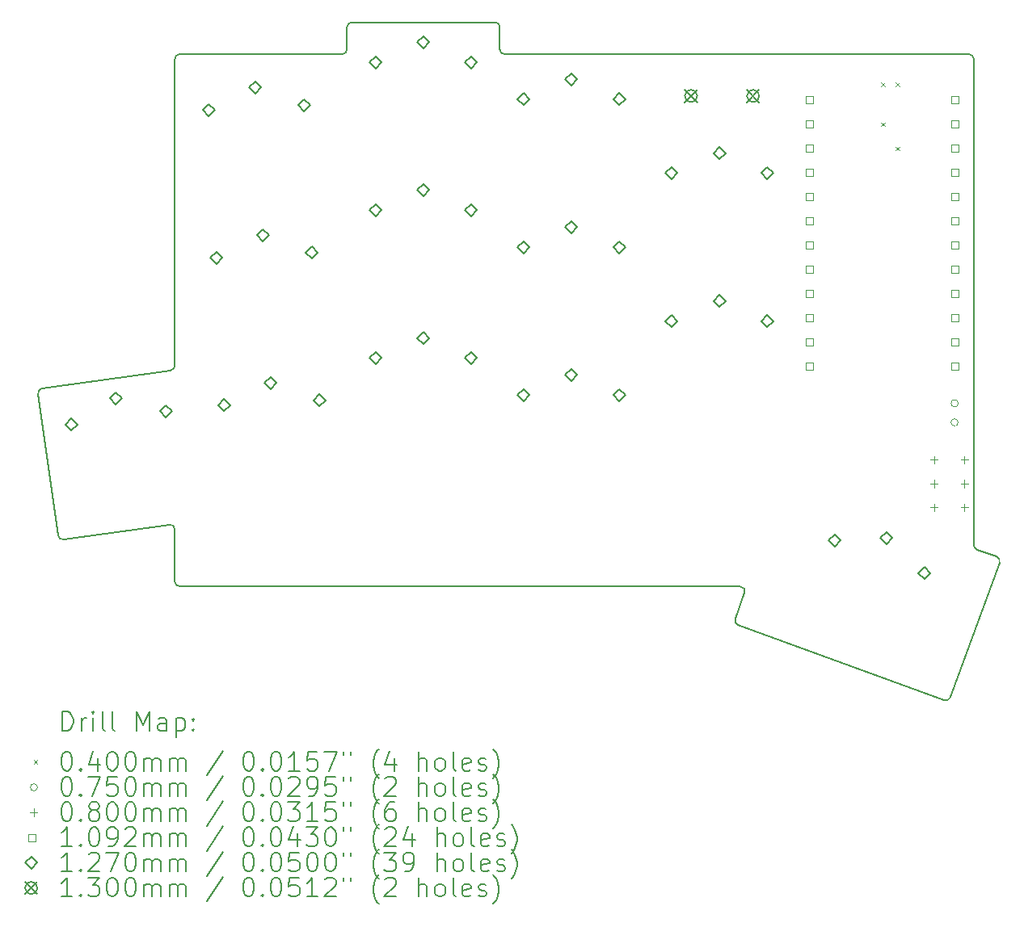
<source format=gbr>
%TF.GenerationSoftware,KiCad,Pcbnew,8.0.5*%
%TF.CreationDate,2024-09-24T21:25:45+10:00*%
%TF.ProjectId,pueo-min-space,7075656f-2d6d-4696-9e2d-73706163652e,0.1*%
%TF.SameCoordinates,Original*%
%TF.FileFunction,Drillmap*%
%TF.FilePolarity,Positive*%
%FSLAX45Y45*%
G04 Gerber Fmt 4.5, Leading zero omitted, Abs format (unit mm)*
G04 Created by KiCad (PCBNEW 8.0.5) date 2024-09-24 21:25:45*
%MOMM*%
%LPD*%
G01*
G04 APERTURE LIST*
%ADD10C,0.150000*%
%ADD11C,0.200000*%
%ADD12C,0.100000*%
%ADD13C,0.109220*%
%ADD14C,0.127000*%
%ADD15C,0.130000*%
G04 APERTURE END LIST*
D10*
X9461661Y-9907902D02*
X10571125Y-9751977D01*
X18948084Y-4820291D02*
G75*
G02*
X18998079Y-4870292I-4J-49999D01*
G01*
X19236346Y-10088360D02*
G75*
G02*
X19266227Y-10152445I-17096J-46980D01*
G01*
X12432083Y-4535291D02*
X12432083Y-4770291D01*
X18998083Y-9966629D02*
X18998084Y-4870292D01*
X10678083Y-10400291D02*
X16550587Y-10400291D01*
X16527821Y-10805222D02*
G75*
G02*
X16497939Y-10741137I17099J46982D01*
G01*
X13982084Y-4485291D02*
G75*
G02*
X14032079Y-4535291I-4J-49999D01*
G01*
X18753200Y-11561985D02*
G75*
G02*
X18689112Y-11591872I-46990J17105D01*
G01*
X18948083Y-4820291D02*
X14082083Y-4820291D01*
X10585042Y-8134297D02*
X9238984Y-8323472D01*
X16550587Y-10400291D02*
G75*
G02*
X16597573Y-10467392I3J-49999D01*
G01*
X10678083Y-10400291D02*
G75*
G02*
X10628079Y-10350291I-3J50001D01*
G01*
X14032083Y-4770291D02*
X14032084Y-4535291D01*
X9461661Y-9907902D02*
G75*
G02*
X9405188Y-9865347I-6961J49512D01*
G01*
X13982084Y-4485291D02*
X12482083Y-4485291D01*
X9196429Y-8379945D02*
G75*
G02*
X9238985Y-8323479I49511J6955D01*
G01*
X12382083Y-4820291D02*
X10678083Y-4820291D01*
X19030982Y-10013614D02*
G75*
G02*
X18998082Y-9966629I17098J46984D01*
G01*
X16597572Y-10467392D02*
X16497937Y-10741136D01*
X18753199Y-11561985D02*
X19266230Y-10152446D01*
X19236346Y-10088360D02*
X19030982Y-10013614D01*
X14082083Y-4820291D02*
G75*
G02*
X14032079Y-4770291I-3J50001D01*
G01*
X10628083Y-8084783D02*
G75*
G02*
X10585042Y-8134296I-50003J3D01*
G01*
X10628084Y-9801490D02*
X10628084Y-10350291D01*
X9196429Y-8379945D02*
X9405189Y-9865347D01*
X10571125Y-9751977D02*
G75*
G02*
X10628080Y-9801490I6955J-49513D01*
G01*
X10628083Y-4870291D02*
G75*
G02*
X10678083Y-4820293I49997J1D01*
G01*
X16527821Y-10805222D02*
X18689114Y-11591868D01*
X10628083Y-4870291D02*
X10628083Y-8084783D01*
X12432083Y-4770291D02*
G75*
G02*
X12382083Y-4820294I-50004J1D01*
G01*
X12432083Y-4535291D02*
G75*
G02*
X12482083Y-4485293I49997J1D01*
G01*
D11*
D12*
X18023211Y-5118705D02*
X18063211Y-5158705D01*
X18063211Y-5118705D02*
X18023211Y-5158705D01*
X18023212Y-5535291D02*
X18063212Y-5575291D01*
X18063212Y-5535291D02*
X18023212Y-5575291D01*
X18178942Y-5117974D02*
X18218942Y-5157974D01*
X18218942Y-5117974D02*
X18178942Y-5157974D01*
X18179012Y-5789291D02*
X18219012Y-5829291D01*
X18219012Y-5789291D02*
X18179012Y-5829291D01*
X18833542Y-8680775D02*
G75*
G02*
X18758542Y-8680775I-37500J0D01*
G01*
X18758542Y-8680775D02*
G75*
G02*
X18833542Y-8680775I37500J0D01*
G01*
X18833542Y-8480775D02*
G75*
G02*
X18758542Y-8480775I-37500J0D01*
G01*
X18758542Y-8480775D02*
G75*
G02*
X18833542Y-8480775I37500J0D01*
G01*
X18580942Y-9283086D02*
X18580942Y-9363086D01*
X18540942Y-9323086D02*
X18620942Y-9323086D01*
X18580943Y-9033086D02*
X18580943Y-9113086D01*
X18540943Y-9073086D02*
X18620943Y-9073086D01*
X18580943Y-9533086D02*
X18580943Y-9613086D01*
X18540943Y-9573086D02*
X18620943Y-9573086D01*
X18900942Y-9533086D02*
X18900942Y-9613086D01*
X18860942Y-9573086D02*
X18940942Y-9573086D01*
X18900943Y-9283086D02*
X18900943Y-9363086D01*
X18860943Y-9323086D02*
X18940943Y-9323086D01*
X18900944Y-9033085D02*
X18900944Y-9113085D01*
X18860944Y-9073085D02*
X18940944Y-9073085D01*
D13*
X17315199Y-7625907D02*
X17315199Y-7548676D01*
X17237968Y-7548676D01*
X17237968Y-7625907D01*
X17315199Y-7625907D01*
X17315199Y-6355907D02*
X17315199Y-6278676D01*
X17237968Y-6278676D01*
X17237968Y-6355907D01*
X17315199Y-6355907D01*
X17315199Y-7371906D02*
X17315199Y-7294675D01*
X17237968Y-7294675D01*
X17237968Y-7371906D01*
X17315199Y-7371906D01*
X17315199Y-5593907D02*
X17315199Y-5516676D01*
X17237968Y-5516676D01*
X17237968Y-5593907D01*
X17315199Y-5593907D01*
X17315199Y-6101907D02*
X17315199Y-6024676D01*
X17237968Y-6024676D01*
X17237968Y-6101907D01*
X17315199Y-6101907D01*
X17315199Y-6609907D02*
X17315199Y-6532676D01*
X17237968Y-6532676D01*
X17237968Y-6609907D01*
X17315199Y-6609907D01*
X17315199Y-6863907D02*
X17315199Y-6786676D01*
X17237968Y-6786676D01*
X17237968Y-6863907D01*
X17315199Y-6863907D01*
X17315199Y-7117907D02*
X17315199Y-7040676D01*
X17237968Y-7040676D01*
X17237968Y-7117907D01*
X17315199Y-7117907D01*
X17315199Y-7879907D02*
X17315199Y-7802676D01*
X17237968Y-7802676D01*
X17237968Y-7879907D01*
X17315199Y-7879907D01*
X17315199Y-5847907D02*
X17315199Y-5770676D01*
X17237968Y-5770676D01*
X17237968Y-5847907D01*
X17315199Y-5847907D01*
X17315199Y-8133906D02*
X17315199Y-8056675D01*
X17237968Y-8056675D01*
X17237968Y-8133906D01*
X17315199Y-8133906D01*
X17315200Y-5339907D02*
X17315200Y-5262676D01*
X17237969Y-5262676D01*
X17237969Y-5339907D01*
X17315200Y-5339907D01*
X18839198Y-8133907D02*
X18839198Y-8056676D01*
X18761967Y-8056676D01*
X18761967Y-8133907D01*
X18839198Y-8133907D01*
X18839198Y-5339907D02*
X18839198Y-5262676D01*
X18761967Y-5262676D01*
X18761967Y-5339907D01*
X18839198Y-5339907D01*
X18839199Y-7625907D02*
X18839199Y-7548676D01*
X18761968Y-7548676D01*
X18761968Y-7625907D01*
X18839199Y-7625907D01*
X18839199Y-5593907D02*
X18839199Y-5516676D01*
X18761968Y-5516676D01*
X18761968Y-5593907D01*
X18839199Y-5593907D01*
X18839199Y-6355907D02*
X18839199Y-6278676D01*
X18761968Y-6278676D01*
X18761968Y-6355907D01*
X18839199Y-6355907D01*
X18839199Y-6609907D02*
X18839199Y-6532676D01*
X18761968Y-6532676D01*
X18761968Y-6609907D01*
X18839199Y-6609907D01*
X18839199Y-6863907D02*
X18839199Y-6786676D01*
X18761968Y-6786676D01*
X18761968Y-6863907D01*
X18839199Y-6863907D01*
X18839199Y-7371906D02*
X18839199Y-7294675D01*
X18761968Y-7294675D01*
X18761968Y-7371906D01*
X18839199Y-7371906D01*
X18839199Y-7879907D02*
X18839199Y-7802676D01*
X18761968Y-7802676D01*
X18761968Y-7879907D01*
X18839199Y-7879907D01*
X18839199Y-6101907D02*
X18839199Y-6024676D01*
X18761968Y-6024676D01*
X18761968Y-6101907D01*
X18839199Y-6101907D01*
X18839199Y-7117907D02*
X18839199Y-7040676D01*
X18761968Y-7040676D01*
X18761968Y-7117907D01*
X18839199Y-7117907D01*
X18839199Y-5847907D02*
X18839199Y-5770676D01*
X18761968Y-5770676D01*
X18761968Y-5847907D01*
X18839199Y-5847907D01*
D14*
X9545004Y-8768092D02*
X9608504Y-8704592D01*
X9545004Y-8641092D01*
X9481504Y-8704592D01*
X9545004Y-8768092D01*
X10010912Y-8490549D02*
X10074412Y-8427049D01*
X10010912Y-8363549D01*
X9947412Y-8427049D01*
X10010912Y-8490549D01*
X10535272Y-8628919D02*
X10598772Y-8565419D01*
X10535272Y-8501919D01*
X10471772Y-8565419D01*
X10535272Y-8628919D01*
X10981175Y-5468914D02*
X11044675Y-5405414D01*
X10981175Y-5341914D01*
X10917675Y-5405414D01*
X10981175Y-5468914D01*
X11062296Y-7016790D02*
X11125796Y-6953290D01*
X11062296Y-6889790D01*
X10998796Y-6953290D01*
X11062296Y-7016790D01*
X11143416Y-8564666D02*
X11206916Y-8501166D01*
X11143416Y-8437666D01*
X11079916Y-8501166D01*
X11143416Y-8564666D01*
X11469499Y-5233034D02*
X11532999Y-5169534D01*
X11469499Y-5106034D01*
X11405999Y-5169534D01*
X11469499Y-5233034D01*
X11550620Y-6780910D02*
X11614120Y-6717410D01*
X11550620Y-6653910D01*
X11487120Y-6717410D01*
X11550620Y-6780910D01*
X11631741Y-8328786D02*
X11695241Y-8265286D01*
X11631741Y-8201786D01*
X11568241Y-8265286D01*
X11631741Y-8328786D01*
X11979804Y-5416578D02*
X12043304Y-5353078D01*
X11979804Y-5289578D01*
X11916304Y-5353078D01*
X11979804Y-5416578D01*
X12060925Y-6964454D02*
X12124425Y-6900954D01*
X12060925Y-6837454D01*
X11997425Y-6900954D01*
X12060925Y-6964454D01*
X12142046Y-8512330D02*
X12205546Y-8448830D01*
X12142046Y-8385330D01*
X12078546Y-8448830D01*
X12142046Y-8512330D01*
X12732083Y-6518791D02*
X12795583Y-6455291D01*
X12732083Y-6391791D01*
X12668583Y-6455291D01*
X12732083Y-6518791D01*
X12732083Y-8068791D02*
X12795583Y-8005291D01*
X12732083Y-7941791D01*
X12668583Y-8005291D01*
X12732083Y-8068791D01*
X12732084Y-4968791D02*
X12795584Y-4905291D01*
X12732084Y-4841791D01*
X12668584Y-4905291D01*
X12732084Y-4968791D01*
X13232083Y-6308791D02*
X13295583Y-6245291D01*
X13232083Y-6181791D01*
X13168583Y-6245291D01*
X13232083Y-6308791D01*
X13232083Y-7858791D02*
X13295583Y-7795291D01*
X13232083Y-7731791D01*
X13168583Y-7795291D01*
X13232083Y-7858791D01*
X13232084Y-4758791D02*
X13295584Y-4695291D01*
X13232084Y-4631791D01*
X13168584Y-4695291D01*
X13232084Y-4758791D01*
X13732083Y-6518791D02*
X13795583Y-6455291D01*
X13732083Y-6391791D01*
X13668583Y-6455291D01*
X13732083Y-6518791D01*
X13732083Y-8068791D02*
X13795583Y-8005291D01*
X13732083Y-7941791D01*
X13668583Y-8005291D01*
X13732083Y-8068791D01*
X13732084Y-4968791D02*
X13795584Y-4905291D01*
X13732084Y-4841791D01*
X13668584Y-4905291D01*
X13732084Y-4968791D01*
X14282083Y-5356291D02*
X14345583Y-5292791D01*
X14282083Y-5229291D01*
X14218583Y-5292791D01*
X14282083Y-5356291D01*
X14282083Y-6906291D02*
X14345583Y-6842791D01*
X14282083Y-6779291D01*
X14218583Y-6842791D01*
X14282083Y-6906291D01*
X14282084Y-8456291D02*
X14345584Y-8392791D01*
X14282084Y-8329291D01*
X14218584Y-8392791D01*
X14282084Y-8456291D01*
X14782083Y-5146291D02*
X14845583Y-5082791D01*
X14782083Y-5019291D01*
X14718583Y-5082791D01*
X14782083Y-5146291D01*
X14782083Y-6696291D02*
X14845583Y-6632791D01*
X14782083Y-6569291D01*
X14718583Y-6632791D01*
X14782083Y-6696291D01*
X14782084Y-8246291D02*
X14845584Y-8182791D01*
X14782084Y-8119291D01*
X14718584Y-8182791D01*
X14782084Y-8246291D01*
X15282083Y-5356291D02*
X15345583Y-5292791D01*
X15282083Y-5229291D01*
X15218583Y-5292791D01*
X15282083Y-5356291D01*
X15282083Y-6906291D02*
X15345583Y-6842791D01*
X15282083Y-6779291D01*
X15218583Y-6842791D01*
X15282083Y-6906291D01*
X15282084Y-8456291D02*
X15345584Y-8392791D01*
X15282084Y-8329291D01*
X15218584Y-8392791D01*
X15282084Y-8456291D01*
X15832083Y-6131291D02*
X15895583Y-6067791D01*
X15832083Y-6004291D01*
X15768583Y-6067791D01*
X15832083Y-6131291D01*
X15832083Y-7681291D02*
X15895583Y-7617791D01*
X15832083Y-7554291D01*
X15768583Y-7617791D01*
X15832083Y-7681291D01*
X16332083Y-5921291D02*
X16395583Y-5857791D01*
X16332083Y-5794291D01*
X16268583Y-5857791D01*
X16332083Y-5921291D01*
X16332083Y-7471291D02*
X16395583Y-7407791D01*
X16332083Y-7344291D01*
X16268583Y-7407791D01*
X16332083Y-7471291D01*
X16832083Y-6131291D02*
X16895583Y-6067791D01*
X16832083Y-6004291D01*
X16768583Y-6067791D01*
X16832083Y-6131291D01*
X16832083Y-7681291D02*
X16895583Y-7617791D01*
X16832083Y-7554291D01*
X16768583Y-7617791D01*
X16832083Y-7681291D01*
X17542204Y-9982198D02*
X17605704Y-9918698D01*
X17542204Y-9855198D01*
X17478704Y-9918698D01*
X17542204Y-9982198D01*
X18083875Y-9955872D02*
X18147375Y-9892372D01*
X18083875Y-9828872D01*
X18020375Y-9892372D01*
X18083875Y-9955872D01*
X18481897Y-10324218D02*
X18545397Y-10260718D01*
X18481897Y-10197218D01*
X18418397Y-10260718D01*
X18481897Y-10324218D01*
D15*
X15970500Y-5193200D02*
X16100500Y-5323200D01*
X16100500Y-5193200D02*
X15970500Y-5323200D01*
X16100500Y-5258200D02*
G75*
G02*
X15970500Y-5258200I-65000J0D01*
G01*
X15970500Y-5258200D02*
G75*
G02*
X16100500Y-5258200I65000J0D01*
G01*
X16620500Y-5193200D02*
X16750500Y-5323200D01*
X16750500Y-5193200D02*
X16620500Y-5323200D01*
X16750500Y-5258200D02*
G75*
G02*
X16620500Y-5258200I-65000J0D01*
G01*
X16620500Y-5258200D02*
G75*
G02*
X16750500Y-5258200I65000J0D01*
G01*
D11*
X9449220Y-11913870D02*
X9449220Y-11713870D01*
X9449220Y-11713870D02*
X9496839Y-11713870D01*
X9496839Y-11713870D02*
X9525411Y-11723393D01*
X9525411Y-11723393D02*
X9544458Y-11742441D01*
X9544458Y-11742441D02*
X9553982Y-11761489D01*
X9553982Y-11761489D02*
X9563506Y-11799584D01*
X9563506Y-11799584D02*
X9563506Y-11828155D01*
X9563506Y-11828155D02*
X9553982Y-11866251D01*
X9553982Y-11866251D02*
X9544458Y-11885298D01*
X9544458Y-11885298D02*
X9525411Y-11904346D01*
X9525411Y-11904346D02*
X9496839Y-11913870D01*
X9496839Y-11913870D02*
X9449220Y-11913870D01*
X9649220Y-11913870D02*
X9649220Y-11780536D01*
X9649220Y-11818632D02*
X9658744Y-11799584D01*
X9658744Y-11799584D02*
X9668268Y-11790060D01*
X9668268Y-11790060D02*
X9687315Y-11780536D01*
X9687315Y-11780536D02*
X9706363Y-11780536D01*
X9773030Y-11913870D02*
X9773030Y-11780536D01*
X9773030Y-11713870D02*
X9763506Y-11723393D01*
X9763506Y-11723393D02*
X9773030Y-11732917D01*
X9773030Y-11732917D02*
X9782553Y-11723393D01*
X9782553Y-11723393D02*
X9773030Y-11713870D01*
X9773030Y-11713870D02*
X9773030Y-11732917D01*
X9896839Y-11913870D02*
X9877792Y-11904346D01*
X9877792Y-11904346D02*
X9868268Y-11885298D01*
X9868268Y-11885298D02*
X9868268Y-11713870D01*
X10001601Y-11913870D02*
X9982553Y-11904346D01*
X9982553Y-11904346D02*
X9973030Y-11885298D01*
X9973030Y-11885298D02*
X9973030Y-11713870D01*
X10230173Y-11913870D02*
X10230173Y-11713870D01*
X10230173Y-11713870D02*
X10296839Y-11856727D01*
X10296839Y-11856727D02*
X10363506Y-11713870D01*
X10363506Y-11713870D02*
X10363506Y-11913870D01*
X10544458Y-11913870D02*
X10544458Y-11809108D01*
X10544458Y-11809108D02*
X10534934Y-11790060D01*
X10534934Y-11790060D02*
X10515887Y-11780536D01*
X10515887Y-11780536D02*
X10477792Y-11780536D01*
X10477792Y-11780536D02*
X10458744Y-11790060D01*
X10544458Y-11904346D02*
X10525411Y-11913870D01*
X10525411Y-11913870D02*
X10477792Y-11913870D01*
X10477792Y-11913870D02*
X10458744Y-11904346D01*
X10458744Y-11904346D02*
X10449220Y-11885298D01*
X10449220Y-11885298D02*
X10449220Y-11866251D01*
X10449220Y-11866251D02*
X10458744Y-11847203D01*
X10458744Y-11847203D02*
X10477792Y-11837679D01*
X10477792Y-11837679D02*
X10525411Y-11837679D01*
X10525411Y-11837679D02*
X10544458Y-11828155D01*
X10639696Y-11780536D02*
X10639696Y-11980536D01*
X10639696Y-11790060D02*
X10658744Y-11780536D01*
X10658744Y-11780536D02*
X10696839Y-11780536D01*
X10696839Y-11780536D02*
X10715887Y-11790060D01*
X10715887Y-11790060D02*
X10725411Y-11799584D01*
X10725411Y-11799584D02*
X10734934Y-11818632D01*
X10734934Y-11818632D02*
X10734934Y-11875774D01*
X10734934Y-11875774D02*
X10725411Y-11894822D01*
X10725411Y-11894822D02*
X10715887Y-11904346D01*
X10715887Y-11904346D02*
X10696839Y-11913870D01*
X10696839Y-11913870D02*
X10658744Y-11913870D01*
X10658744Y-11913870D02*
X10639696Y-11904346D01*
X10820649Y-11894822D02*
X10830173Y-11904346D01*
X10830173Y-11904346D02*
X10820649Y-11913870D01*
X10820649Y-11913870D02*
X10811125Y-11904346D01*
X10811125Y-11904346D02*
X10820649Y-11894822D01*
X10820649Y-11894822D02*
X10820649Y-11913870D01*
X10820649Y-11790060D02*
X10830173Y-11799584D01*
X10830173Y-11799584D02*
X10820649Y-11809108D01*
X10820649Y-11809108D02*
X10811125Y-11799584D01*
X10811125Y-11799584D02*
X10820649Y-11790060D01*
X10820649Y-11790060D02*
X10820649Y-11809108D01*
D12*
X9148443Y-12222386D02*
X9188443Y-12262386D01*
X9188443Y-12222386D02*
X9148443Y-12262386D01*
D11*
X9487315Y-12133870D02*
X9506363Y-12133870D01*
X9506363Y-12133870D02*
X9525411Y-12143393D01*
X9525411Y-12143393D02*
X9534934Y-12152917D01*
X9534934Y-12152917D02*
X9544458Y-12171965D01*
X9544458Y-12171965D02*
X9553982Y-12210060D01*
X9553982Y-12210060D02*
X9553982Y-12257679D01*
X9553982Y-12257679D02*
X9544458Y-12295774D01*
X9544458Y-12295774D02*
X9534934Y-12314822D01*
X9534934Y-12314822D02*
X9525411Y-12324346D01*
X9525411Y-12324346D02*
X9506363Y-12333870D01*
X9506363Y-12333870D02*
X9487315Y-12333870D01*
X9487315Y-12333870D02*
X9468268Y-12324346D01*
X9468268Y-12324346D02*
X9458744Y-12314822D01*
X9458744Y-12314822D02*
X9449220Y-12295774D01*
X9449220Y-12295774D02*
X9439696Y-12257679D01*
X9439696Y-12257679D02*
X9439696Y-12210060D01*
X9439696Y-12210060D02*
X9449220Y-12171965D01*
X9449220Y-12171965D02*
X9458744Y-12152917D01*
X9458744Y-12152917D02*
X9468268Y-12143393D01*
X9468268Y-12143393D02*
X9487315Y-12133870D01*
X9639696Y-12314822D02*
X9649220Y-12324346D01*
X9649220Y-12324346D02*
X9639696Y-12333870D01*
X9639696Y-12333870D02*
X9630173Y-12324346D01*
X9630173Y-12324346D02*
X9639696Y-12314822D01*
X9639696Y-12314822D02*
X9639696Y-12333870D01*
X9820649Y-12200536D02*
X9820649Y-12333870D01*
X9773030Y-12124346D02*
X9725411Y-12267203D01*
X9725411Y-12267203D02*
X9849220Y-12267203D01*
X9963506Y-12133870D02*
X9982554Y-12133870D01*
X9982554Y-12133870D02*
X10001601Y-12143393D01*
X10001601Y-12143393D02*
X10011125Y-12152917D01*
X10011125Y-12152917D02*
X10020649Y-12171965D01*
X10020649Y-12171965D02*
X10030173Y-12210060D01*
X10030173Y-12210060D02*
X10030173Y-12257679D01*
X10030173Y-12257679D02*
X10020649Y-12295774D01*
X10020649Y-12295774D02*
X10011125Y-12314822D01*
X10011125Y-12314822D02*
X10001601Y-12324346D01*
X10001601Y-12324346D02*
X9982554Y-12333870D01*
X9982554Y-12333870D02*
X9963506Y-12333870D01*
X9963506Y-12333870D02*
X9944458Y-12324346D01*
X9944458Y-12324346D02*
X9934934Y-12314822D01*
X9934934Y-12314822D02*
X9925411Y-12295774D01*
X9925411Y-12295774D02*
X9915887Y-12257679D01*
X9915887Y-12257679D02*
X9915887Y-12210060D01*
X9915887Y-12210060D02*
X9925411Y-12171965D01*
X9925411Y-12171965D02*
X9934934Y-12152917D01*
X9934934Y-12152917D02*
X9944458Y-12143393D01*
X9944458Y-12143393D02*
X9963506Y-12133870D01*
X10153982Y-12133870D02*
X10173030Y-12133870D01*
X10173030Y-12133870D02*
X10192077Y-12143393D01*
X10192077Y-12143393D02*
X10201601Y-12152917D01*
X10201601Y-12152917D02*
X10211125Y-12171965D01*
X10211125Y-12171965D02*
X10220649Y-12210060D01*
X10220649Y-12210060D02*
X10220649Y-12257679D01*
X10220649Y-12257679D02*
X10211125Y-12295774D01*
X10211125Y-12295774D02*
X10201601Y-12314822D01*
X10201601Y-12314822D02*
X10192077Y-12324346D01*
X10192077Y-12324346D02*
X10173030Y-12333870D01*
X10173030Y-12333870D02*
X10153982Y-12333870D01*
X10153982Y-12333870D02*
X10134934Y-12324346D01*
X10134934Y-12324346D02*
X10125411Y-12314822D01*
X10125411Y-12314822D02*
X10115887Y-12295774D01*
X10115887Y-12295774D02*
X10106363Y-12257679D01*
X10106363Y-12257679D02*
X10106363Y-12210060D01*
X10106363Y-12210060D02*
X10115887Y-12171965D01*
X10115887Y-12171965D02*
X10125411Y-12152917D01*
X10125411Y-12152917D02*
X10134934Y-12143393D01*
X10134934Y-12143393D02*
X10153982Y-12133870D01*
X10306363Y-12333870D02*
X10306363Y-12200536D01*
X10306363Y-12219584D02*
X10315887Y-12210060D01*
X10315887Y-12210060D02*
X10334934Y-12200536D01*
X10334934Y-12200536D02*
X10363506Y-12200536D01*
X10363506Y-12200536D02*
X10382554Y-12210060D01*
X10382554Y-12210060D02*
X10392077Y-12229108D01*
X10392077Y-12229108D02*
X10392077Y-12333870D01*
X10392077Y-12229108D02*
X10401601Y-12210060D01*
X10401601Y-12210060D02*
X10420649Y-12200536D01*
X10420649Y-12200536D02*
X10449220Y-12200536D01*
X10449220Y-12200536D02*
X10468268Y-12210060D01*
X10468268Y-12210060D02*
X10477792Y-12229108D01*
X10477792Y-12229108D02*
X10477792Y-12333870D01*
X10573030Y-12333870D02*
X10573030Y-12200536D01*
X10573030Y-12219584D02*
X10582554Y-12210060D01*
X10582554Y-12210060D02*
X10601601Y-12200536D01*
X10601601Y-12200536D02*
X10630173Y-12200536D01*
X10630173Y-12200536D02*
X10649220Y-12210060D01*
X10649220Y-12210060D02*
X10658744Y-12229108D01*
X10658744Y-12229108D02*
X10658744Y-12333870D01*
X10658744Y-12229108D02*
X10668268Y-12210060D01*
X10668268Y-12210060D02*
X10687315Y-12200536D01*
X10687315Y-12200536D02*
X10715887Y-12200536D01*
X10715887Y-12200536D02*
X10734935Y-12210060D01*
X10734935Y-12210060D02*
X10744458Y-12229108D01*
X10744458Y-12229108D02*
X10744458Y-12333870D01*
X11134935Y-12124346D02*
X10963506Y-12381489D01*
X11392077Y-12133870D02*
X11411125Y-12133870D01*
X11411125Y-12133870D02*
X11430173Y-12143393D01*
X11430173Y-12143393D02*
X11439696Y-12152917D01*
X11439696Y-12152917D02*
X11449220Y-12171965D01*
X11449220Y-12171965D02*
X11458744Y-12210060D01*
X11458744Y-12210060D02*
X11458744Y-12257679D01*
X11458744Y-12257679D02*
X11449220Y-12295774D01*
X11449220Y-12295774D02*
X11439696Y-12314822D01*
X11439696Y-12314822D02*
X11430173Y-12324346D01*
X11430173Y-12324346D02*
X11411125Y-12333870D01*
X11411125Y-12333870D02*
X11392077Y-12333870D01*
X11392077Y-12333870D02*
X11373030Y-12324346D01*
X11373030Y-12324346D02*
X11363506Y-12314822D01*
X11363506Y-12314822D02*
X11353982Y-12295774D01*
X11353982Y-12295774D02*
X11344458Y-12257679D01*
X11344458Y-12257679D02*
X11344458Y-12210060D01*
X11344458Y-12210060D02*
X11353982Y-12171965D01*
X11353982Y-12171965D02*
X11363506Y-12152917D01*
X11363506Y-12152917D02*
X11373030Y-12143393D01*
X11373030Y-12143393D02*
X11392077Y-12133870D01*
X11544458Y-12314822D02*
X11553982Y-12324346D01*
X11553982Y-12324346D02*
X11544458Y-12333870D01*
X11544458Y-12333870D02*
X11534935Y-12324346D01*
X11534935Y-12324346D02*
X11544458Y-12314822D01*
X11544458Y-12314822D02*
X11544458Y-12333870D01*
X11677792Y-12133870D02*
X11696839Y-12133870D01*
X11696839Y-12133870D02*
X11715887Y-12143393D01*
X11715887Y-12143393D02*
X11725411Y-12152917D01*
X11725411Y-12152917D02*
X11734935Y-12171965D01*
X11734935Y-12171965D02*
X11744458Y-12210060D01*
X11744458Y-12210060D02*
X11744458Y-12257679D01*
X11744458Y-12257679D02*
X11734935Y-12295774D01*
X11734935Y-12295774D02*
X11725411Y-12314822D01*
X11725411Y-12314822D02*
X11715887Y-12324346D01*
X11715887Y-12324346D02*
X11696839Y-12333870D01*
X11696839Y-12333870D02*
X11677792Y-12333870D01*
X11677792Y-12333870D02*
X11658744Y-12324346D01*
X11658744Y-12324346D02*
X11649220Y-12314822D01*
X11649220Y-12314822D02*
X11639696Y-12295774D01*
X11639696Y-12295774D02*
X11630173Y-12257679D01*
X11630173Y-12257679D02*
X11630173Y-12210060D01*
X11630173Y-12210060D02*
X11639696Y-12171965D01*
X11639696Y-12171965D02*
X11649220Y-12152917D01*
X11649220Y-12152917D02*
X11658744Y-12143393D01*
X11658744Y-12143393D02*
X11677792Y-12133870D01*
X11934935Y-12333870D02*
X11820649Y-12333870D01*
X11877792Y-12333870D02*
X11877792Y-12133870D01*
X11877792Y-12133870D02*
X11858744Y-12162441D01*
X11858744Y-12162441D02*
X11839696Y-12181489D01*
X11839696Y-12181489D02*
X11820649Y-12191012D01*
X12115887Y-12133870D02*
X12020649Y-12133870D01*
X12020649Y-12133870D02*
X12011125Y-12229108D01*
X12011125Y-12229108D02*
X12020649Y-12219584D01*
X12020649Y-12219584D02*
X12039696Y-12210060D01*
X12039696Y-12210060D02*
X12087316Y-12210060D01*
X12087316Y-12210060D02*
X12106363Y-12219584D01*
X12106363Y-12219584D02*
X12115887Y-12229108D01*
X12115887Y-12229108D02*
X12125411Y-12248155D01*
X12125411Y-12248155D02*
X12125411Y-12295774D01*
X12125411Y-12295774D02*
X12115887Y-12314822D01*
X12115887Y-12314822D02*
X12106363Y-12324346D01*
X12106363Y-12324346D02*
X12087316Y-12333870D01*
X12087316Y-12333870D02*
X12039696Y-12333870D01*
X12039696Y-12333870D02*
X12020649Y-12324346D01*
X12020649Y-12324346D02*
X12011125Y-12314822D01*
X12192077Y-12133870D02*
X12325411Y-12133870D01*
X12325411Y-12133870D02*
X12239696Y-12333870D01*
X12392077Y-12133870D02*
X12392077Y-12171965D01*
X12468268Y-12133870D02*
X12468268Y-12171965D01*
X12763506Y-12410060D02*
X12753982Y-12400536D01*
X12753982Y-12400536D02*
X12734935Y-12371965D01*
X12734935Y-12371965D02*
X12725411Y-12352917D01*
X12725411Y-12352917D02*
X12715887Y-12324346D01*
X12715887Y-12324346D02*
X12706363Y-12276727D01*
X12706363Y-12276727D02*
X12706363Y-12238632D01*
X12706363Y-12238632D02*
X12715887Y-12191012D01*
X12715887Y-12191012D02*
X12725411Y-12162441D01*
X12725411Y-12162441D02*
X12734935Y-12143393D01*
X12734935Y-12143393D02*
X12753982Y-12114822D01*
X12753982Y-12114822D02*
X12763506Y-12105298D01*
X12925411Y-12200536D02*
X12925411Y-12333870D01*
X12877792Y-12124346D02*
X12830173Y-12267203D01*
X12830173Y-12267203D02*
X12953982Y-12267203D01*
X13182554Y-12333870D02*
X13182554Y-12133870D01*
X13268268Y-12333870D02*
X13268268Y-12229108D01*
X13268268Y-12229108D02*
X13258744Y-12210060D01*
X13258744Y-12210060D02*
X13239697Y-12200536D01*
X13239697Y-12200536D02*
X13211125Y-12200536D01*
X13211125Y-12200536D02*
X13192078Y-12210060D01*
X13192078Y-12210060D02*
X13182554Y-12219584D01*
X13392078Y-12333870D02*
X13373030Y-12324346D01*
X13373030Y-12324346D02*
X13363506Y-12314822D01*
X13363506Y-12314822D02*
X13353982Y-12295774D01*
X13353982Y-12295774D02*
X13353982Y-12238632D01*
X13353982Y-12238632D02*
X13363506Y-12219584D01*
X13363506Y-12219584D02*
X13373030Y-12210060D01*
X13373030Y-12210060D02*
X13392078Y-12200536D01*
X13392078Y-12200536D02*
X13420649Y-12200536D01*
X13420649Y-12200536D02*
X13439697Y-12210060D01*
X13439697Y-12210060D02*
X13449220Y-12219584D01*
X13449220Y-12219584D02*
X13458744Y-12238632D01*
X13458744Y-12238632D02*
X13458744Y-12295774D01*
X13458744Y-12295774D02*
X13449220Y-12314822D01*
X13449220Y-12314822D02*
X13439697Y-12324346D01*
X13439697Y-12324346D02*
X13420649Y-12333870D01*
X13420649Y-12333870D02*
X13392078Y-12333870D01*
X13573030Y-12333870D02*
X13553982Y-12324346D01*
X13553982Y-12324346D02*
X13544459Y-12305298D01*
X13544459Y-12305298D02*
X13544459Y-12133870D01*
X13725411Y-12324346D02*
X13706363Y-12333870D01*
X13706363Y-12333870D02*
X13668268Y-12333870D01*
X13668268Y-12333870D02*
X13649220Y-12324346D01*
X13649220Y-12324346D02*
X13639697Y-12305298D01*
X13639697Y-12305298D02*
X13639697Y-12229108D01*
X13639697Y-12229108D02*
X13649220Y-12210060D01*
X13649220Y-12210060D02*
X13668268Y-12200536D01*
X13668268Y-12200536D02*
X13706363Y-12200536D01*
X13706363Y-12200536D02*
X13725411Y-12210060D01*
X13725411Y-12210060D02*
X13734935Y-12229108D01*
X13734935Y-12229108D02*
X13734935Y-12248155D01*
X13734935Y-12248155D02*
X13639697Y-12267203D01*
X13811125Y-12324346D02*
X13830173Y-12333870D01*
X13830173Y-12333870D02*
X13868268Y-12333870D01*
X13868268Y-12333870D02*
X13887316Y-12324346D01*
X13887316Y-12324346D02*
X13896840Y-12305298D01*
X13896840Y-12305298D02*
X13896840Y-12295774D01*
X13896840Y-12295774D02*
X13887316Y-12276727D01*
X13887316Y-12276727D02*
X13868268Y-12267203D01*
X13868268Y-12267203D02*
X13839697Y-12267203D01*
X13839697Y-12267203D02*
X13820649Y-12257679D01*
X13820649Y-12257679D02*
X13811125Y-12238632D01*
X13811125Y-12238632D02*
X13811125Y-12229108D01*
X13811125Y-12229108D02*
X13820649Y-12210060D01*
X13820649Y-12210060D02*
X13839697Y-12200536D01*
X13839697Y-12200536D02*
X13868268Y-12200536D01*
X13868268Y-12200536D02*
X13887316Y-12210060D01*
X13963506Y-12410060D02*
X13973030Y-12400536D01*
X13973030Y-12400536D02*
X13992078Y-12371965D01*
X13992078Y-12371965D02*
X14001601Y-12352917D01*
X14001601Y-12352917D02*
X14011125Y-12324346D01*
X14011125Y-12324346D02*
X14020649Y-12276727D01*
X14020649Y-12276727D02*
X14020649Y-12238632D01*
X14020649Y-12238632D02*
X14011125Y-12191012D01*
X14011125Y-12191012D02*
X14001601Y-12162441D01*
X14001601Y-12162441D02*
X13992078Y-12143393D01*
X13992078Y-12143393D02*
X13973030Y-12114822D01*
X13973030Y-12114822D02*
X13963506Y-12105298D01*
D12*
X9188443Y-12506386D02*
G75*
G02*
X9113443Y-12506386I-37500J0D01*
G01*
X9113443Y-12506386D02*
G75*
G02*
X9188443Y-12506386I37500J0D01*
G01*
D11*
X9487315Y-12397870D02*
X9506363Y-12397870D01*
X9506363Y-12397870D02*
X9525411Y-12407393D01*
X9525411Y-12407393D02*
X9534934Y-12416917D01*
X9534934Y-12416917D02*
X9544458Y-12435965D01*
X9544458Y-12435965D02*
X9553982Y-12474060D01*
X9553982Y-12474060D02*
X9553982Y-12521679D01*
X9553982Y-12521679D02*
X9544458Y-12559774D01*
X9544458Y-12559774D02*
X9534934Y-12578822D01*
X9534934Y-12578822D02*
X9525411Y-12588346D01*
X9525411Y-12588346D02*
X9506363Y-12597870D01*
X9506363Y-12597870D02*
X9487315Y-12597870D01*
X9487315Y-12597870D02*
X9468268Y-12588346D01*
X9468268Y-12588346D02*
X9458744Y-12578822D01*
X9458744Y-12578822D02*
X9449220Y-12559774D01*
X9449220Y-12559774D02*
X9439696Y-12521679D01*
X9439696Y-12521679D02*
X9439696Y-12474060D01*
X9439696Y-12474060D02*
X9449220Y-12435965D01*
X9449220Y-12435965D02*
X9458744Y-12416917D01*
X9458744Y-12416917D02*
X9468268Y-12407393D01*
X9468268Y-12407393D02*
X9487315Y-12397870D01*
X9639696Y-12578822D02*
X9649220Y-12588346D01*
X9649220Y-12588346D02*
X9639696Y-12597870D01*
X9639696Y-12597870D02*
X9630173Y-12588346D01*
X9630173Y-12588346D02*
X9639696Y-12578822D01*
X9639696Y-12578822D02*
X9639696Y-12597870D01*
X9715887Y-12397870D02*
X9849220Y-12397870D01*
X9849220Y-12397870D02*
X9763506Y-12597870D01*
X10020649Y-12397870D02*
X9925411Y-12397870D01*
X9925411Y-12397870D02*
X9915887Y-12493108D01*
X9915887Y-12493108D02*
X9925411Y-12483584D01*
X9925411Y-12483584D02*
X9944458Y-12474060D01*
X9944458Y-12474060D02*
X9992077Y-12474060D01*
X9992077Y-12474060D02*
X10011125Y-12483584D01*
X10011125Y-12483584D02*
X10020649Y-12493108D01*
X10020649Y-12493108D02*
X10030173Y-12512155D01*
X10030173Y-12512155D02*
X10030173Y-12559774D01*
X10030173Y-12559774D02*
X10020649Y-12578822D01*
X10020649Y-12578822D02*
X10011125Y-12588346D01*
X10011125Y-12588346D02*
X9992077Y-12597870D01*
X9992077Y-12597870D02*
X9944458Y-12597870D01*
X9944458Y-12597870D02*
X9925411Y-12588346D01*
X9925411Y-12588346D02*
X9915887Y-12578822D01*
X10153982Y-12397870D02*
X10173030Y-12397870D01*
X10173030Y-12397870D02*
X10192077Y-12407393D01*
X10192077Y-12407393D02*
X10201601Y-12416917D01*
X10201601Y-12416917D02*
X10211125Y-12435965D01*
X10211125Y-12435965D02*
X10220649Y-12474060D01*
X10220649Y-12474060D02*
X10220649Y-12521679D01*
X10220649Y-12521679D02*
X10211125Y-12559774D01*
X10211125Y-12559774D02*
X10201601Y-12578822D01*
X10201601Y-12578822D02*
X10192077Y-12588346D01*
X10192077Y-12588346D02*
X10173030Y-12597870D01*
X10173030Y-12597870D02*
X10153982Y-12597870D01*
X10153982Y-12597870D02*
X10134934Y-12588346D01*
X10134934Y-12588346D02*
X10125411Y-12578822D01*
X10125411Y-12578822D02*
X10115887Y-12559774D01*
X10115887Y-12559774D02*
X10106363Y-12521679D01*
X10106363Y-12521679D02*
X10106363Y-12474060D01*
X10106363Y-12474060D02*
X10115887Y-12435965D01*
X10115887Y-12435965D02*
X10125411Y-12416917D01*
X10125411Y-12416917D02*
X10134934Y-12407393D01*
X10134934Y-12407393D02*
X10153982Y-12397870D01*
X10306363Y-12597870D02*
X10306363Y-12464536D01*
X10306363Y-12483584D02*
X10315887Y-12474060D01*
X10315887Y-12474060D02*
X10334934Y-12464536D01*
X10334934Y-12464536D02*
X10363506Y-12464536D01*
X10363506Y-12464536D02*
X10382554Y-12474060D01*
X10382554Y-12474060D02*
X10392077Y-12493108D01*
X10392077Y-12493108D02*
X10392077Y-12597870D01*
X10392077Y-12493108D02*
X10401601Y-12474060D01*
X10401601Y-12474060D02*
X10420649Y-12464536D01*
X10420649Y-12464536D02*
X10449220Y-12464536D01*
X10449220Y-12464536D02*
X10468268Y-12474060D01*
X10468268Y-12474060D02*
X10477792Y-12493108D01*
X10477792Y-12493108D02*
X10477792Y-12597870D01*
X10573030Y-12597870D02*
X10573030Y-12464536D01*
X10573030Y-12483584D02*
X10582554Y-12474060D01*
X10582554Y-12474060D02*
X10601601Y-12464536D01*
X10601601Y-12464536D02*
X10630173Y-12464536D01*
X10630173Y-12464536D02*
X10649220Y-12474060D01*
X10649220Y-12474060D02*
X10658744Y-12493108D01*
X10658744Y-12493108D02*
X10658744Y-12597870D01*
X10658744Y-12493108D02*
X10668268Y-12474060D01*
X10668268Y-12474060D02*
X10687315Y-12464536D01*
X10687315Y-12464536D02*
X10715887Y-12464536D01*
X10715887Y-12464536D02*
X10734935Y-12474060D01*
X10734935Y-12474060D02*
X10744458Y-12493108D01*
X10744458Y-12493108D02*
X10744458Y-12597870D01*
X11134935Y-12388346D02*
X10963506Y-12645489D01*
X11392077Y-12397870D02*
X11411125Y-12397870D01*
X11411125Y-12397870D02*
X11430173Y-12407393D01*
X11430173Y-12407393D02*
X11439696Y-12416917D01*
X11439696Y-12416917D02*
X11449220Y-12435965D01*
X11449220Y-12435965D02*
X11458744Y-12474060D01*
X11458744Y-12474060D02*
X11458744Y-12521679D01*
X11458744Y-12521679D02*
X11449220Y-12559774D01*
X11449220Y-12559774D02*
X11439696Y-12578822D01*
X11439696Y-12578822D02*
X11430173Y-12588346D01*
X11430173Y-12588346D02*
X11411125Y-12597870D01*
X11411125Y-12597870D02*
X11392077Y-12597870D01*
X11392077Y-12597870D02*
X11373030Y-12588346D01*
X11373030Y-12588346D02*
X11363506Y-12578822D01*
X11363506Y-12578822D02*
X11353982Y-12559774D01*
X11353982Y-12559774D02*
X11344458Y-12521679D01*
X11344458Y-12521679D02*
X11344458Y-12474060D01*
X11344458Y-12474060D02*
X11353982Y-12435965D01*
X11353982Y-12435965D02*
X11363506Y-12416917D01*
X11363506Y-12416917D02*
X11373030Y-12407393D01*
X11373030Y-12407393D02*
X11392077Y-12397870D01*
X11544458Y-12578822D02*
X11553982Y-12588346D01*
X11553982Y-12588346D02*
X11544458Y-12597870D01*
X11544458Y-12597870D02*
X11534935Y-12588346D01*
X11534935Y-12588346D02*
X11544458Y-12578822D01*
X11544458Y-12578822D02*
X11544458Y-12597870D01*
X11677792Y-12397870D02*
X11696839Y-12397870D01*
X11696839Y-12397870D02*
X11715887Y-12407393D01*
X11715887Y-12407393D02*
X11725411Y-12416917D01*
X11725411Y-12416917D02*
X11734935Y-12435965D01*
X11734935Y-12435965D02*
X11744458Y-12474060D01*
X11744458Y-12474060D02*
X11744458Y-12521679D01*
X11744458Y-12521679D02*
X11734935Y-12559774D01*
X11734935Y-12559774D02*
X11725411Y-12578822D01*
X11725411Y-12578822D02*
X11715887Y-12588346D01*
X11715887Y-12588346D02*
X11696839Y-12597870D01*
X11696839Y-12597870D02*
X11677792Y-12597870D01*
X11677792Y-12597870D02*
X11658744Y-12588346D01*
X11658744Y-12588346D02*
X11649220Y-12578822D01*
X11649220Y-12578822D02*
X11639696Y-12559774D01*
X11639696Y-12559774D02*
X11630173Y-12521679D01*
X11630173Y-12521679D02*
X11630173Y-12474060D01*
X11630173Y-12474060D02*
X11639696Y-12435965D01*
X11639696Y-12435965D02*
X11649220Y-12416917D01*
X11649220Y-12416917D02*
X11658744Y-12407393D01*
X11658744Y-12407393D02*
X11677792Y-12397870D01*
X11820649Y-12416917D02*
X11830173Y-12407393D01*
X11830173Y-12407393D02*
X11849220Y-12397870D01*
X11849220Y-12397870D02*
X11896839Y-12397870D01*
X11896839Y-12397870D02*
X11915887Y-12407393D01*
X11915887Y-12407393D02*
X11925411Y-12416917D01*
X11925411Y-12416917D02*
X11934935Y-12435965D01*
X11934935Y-12435965D02*
X11934935Y-12455012D01*
X11934935Y-12455012D02*
X11925411Y-12483584D01*
X11925411Y-12483584D02*
X11811125Y-12597870D01*
X11811125Y-12597870D02*
X11934935Y-12597870D01*
X12030173Y-12597870D02*
X12068268Y-12597870D01*
X12068268Y-12597870D02*
X12087316Y-12588346D01*
X12087316Y-12588346D02*
X12096839Y-12578822D01*
X12096839Y-12578822D02*
X12115887Y-12550251D01*
X12115887Y-12550251D02*
X12125411Y-12512155D01*
X12125411Y-12512155D02*
X12125411Y-12435965D01*
X12125411Y-12435965D02*
X12115887Y-12416917D01*
X12115887Y-12416917D02*
X12106363Y-12407393D01*
X12106363Y-12407393D02*
X12087316Y-12397870D01*
X12087316Y-12397870D02*
X12049220Y-12397870D01*
X12049220Y-12397870D02*
X12030173Y-12407393D01*
X12030173Y-12407393D02*
X12020649Y-12416917D01*
X12020649Y-12416917D02*
X12011125Y-12435965D01*
X12011125Y-12435965D02*
X12011125Y-12483584D01*
X12011125Y-12483584D02*
X12020649Y-12502632D01*
X12020649Y-12502632D02*
X12030173Y-12512155D01*
X12030173Y-12512155D02*
X12049220Y-12521679D01*
X12049220Y-12521679D02*
X12087316Y-12521679D01*
X12087316Y-12521679D02*
X12106363Y-12512155D01*
X12106363Y-12512155D02*
X12115887Y-12502632D01*
X12115887Y-12502632D02*
X12125411Y-12483584D01*
X12306363Y-12397870D02*
X12211125Y-12397870D01*
X12211125Y-12397870D02*
X12201601Y-12493108D01*
X12201601Y-12493108D02*
X12211125Y-12483584D01*
X12211125Y-12483584D02*
X12230173Y-12474060D01*
X12230173Y-12474060D02*
X12277792Y-12474060D01*
X12277792Y-12474060D02*
X12296839Y-12483584D01*
X12296839Y-12483584D02*
X12306363Y-12493108D01*
X12306363Y-12493108D02*
X12315887Y-12512155D01*
X12315887Y-12512155D02*
X12315887Y-12559774D01*
X12315887Y-12559774D02*
X12306363Y-12578822D01*
X12306363Y-12578822D02*
X12296839Y-12588346D01*
X12296839Y-12588346D02*
X12277792Y-12597870D01*
X12277792Y-12597870D02*
X12230173Y-12597870D01*
X12230173Y-12597870D02*
X12211125Y-12588346D01*
X12211125Y-12588346D02*
X12201601Y-12578822D01*
X12392077Y-12397870D02*
X12392077Y-12435965D01*
X12468268Y-12397870D02*
X12468268Y-12435965D01*
X12763506Y-12674060D02*
X12753982Y-12664536D01*
X12753982Y-12664536D02*
X12734935Y-12635965D01*
X12734935Y-12635965D02*
X12725411Y-12616917D01*
X12725411Y-12616917D02*
X12715887Y-12588346D01*
X12715887Y-12588346D02*
X12706363Y-12540727D01*
X12706363Y-12540727D02*
X12706363Y-12502632D01*
X12706363Y-12502632D02*
X12715887Y-12455012D01*
X12715887Y-12455012D02*
X12725411Y-12426441D01*
X12725411Y-12426441D02*
X12734935Y-12407393D01*
X12734935Y-12407393D02*
X12753982Y-12378822D01*
X12753982Y-12378822D02*
X12763506Y-12369298D01*
X12830173Y-12416917D02*
X12839697Y-12407393D01*
X12839697Y-12407393D02*
X12858744Y-12397870D01*
X12858744Y-12397870D02*
X12906363Y-12397870D01*
X12906363Y-12397870D02*
X12925411Y-12407393D01*
X12925411Y-12407393D02*
X12934935Y-12416917D01*
X12934935Y-12416917D02*
X12944458Y-12435965D01*
X12944458Y-12435965D02*
X12944458Y-12455012D01*
X12944458Y-12455012D02*
X12934935Y-12483584D01*
X12934935Y-12483584D02*
X12820649Y-12597870D01*
X12820649Y-12597870D02*
X12944458Y-12597870D01*
X13182554Y-12597870D02*
X13182554Y-12397870D01*
X13268268Y-12597870D02*
X13268268Y-12493108D01*
X13268268Y-12493108D02*
X13258744Y-12474060D01*
X13258744Y-12474060D02*
X13239697Y-12464536D01*
X13239697Y-12464536D02*
X13211125Y-12464536D01*
X13211125Y-12464536D02*
X13192078Y-12474060D01*
X13192078Y-12474060D02*
X13182554Y-12483584D01*
X13392078Y-12597870D02*
X13373030Y-12588346D01*
X13373030Y-12588346D02*
X13363506Y-12578822D01*
X13363506Y-12578822D02*
X13353982Y-12559774D01*
X13353982Y-12559774D02*
X13353982Y-12502632D01*
X13353982Y-12502632D02*
X13363506Y-12483584D01*
X13363506Y-12483584D02*
X13373030Y-12474060D01*
X13373030Y-12474060D02*
X13392078Y-12464536D01*
X13392078Y-12464536D02*
X13420649Y-12464536D01*
X13420649Y-12464536D02*
X13439697Y-12474060D01*
X13439697Y-12474060D02*
X13449220Y-12483584D01*
X13449220Y-12483584D02*
X13458744Y-12502632D01*
X13458744Y-12502632D02*
X13458744Y-12559774D01*
X13458744Y-12559774D02*
X13449220Y-12578822D01*
X13449220Y-12578822D02*
X13439697Y-12588346D01*
X13439697Y-12588346D02*
X13420649Y-12597870D01*
X13420649Y-12597870D02*
X13392078Y-12597870D01*
X13573030Y-12597870D02*
X13553982Y-12588346D01*
X13553982Y-12588346D02*
X13544459Y-12569298D01*
X13544459Y-12569298D02*
X13544459Y-12397870D01*
X13725411Y-12588346D02*
X13706363Y-12597870D01*
X13706363Y-12597870D02*
X13668268Y-12597870D01*
X13668268Y-12597870D02*
X13649220Y-12588346D01*
X13649220Y-12588346D02*
X13639697Y-12569298D01*
X13639697Y-12569298D02*
X13639697Y-12493108D01*
X13639697Y-12493108D02*
X13649220Y-12474060D01*
X13649220Y-12474060D02*
X13668268Y-12464536D01*
X13668268Y-12464536D02*
X13706363Y-12464536D01*
X13706363Y-12464536D02*
X13725411Y-12474060D01*
X13725411Y-12474060D02*
X13734935Y-12493108D01*
X13734935Y-12493108D02*
X13734935Y-12512155D01*
X13734935Y-12512155D02*
X13639697Y-12531203D01*
X13811125Y-12588346D02*
X13830173Y-12597870D01*
X13830173Y-12597870D02*
X13868268Y-12597870D01*
X13868268Y-12597870D02*
X13887316Y-12588346D01*
X13887316Y-12588346D02*
X13896840Y-12569298D01*
X13896840Y-12569298D02*
X13896840Y-12559774D01*
X13896840Y-12559774D02*
X13887316Y-12540727D01*
X13887316Y-12540727D02*
X13868268Y-12531203D01*
X13868268Y-12531203D02*
X13839697Y-12531203D01*
X13839697Y-12531203D02*
X13820649Y-12521679D01*
X13820649Y-12521679D02*
X13811125Y-12502632D01*
X13811125Y-12502632D02*
X13811125Y-12493108D01*
X13811125Y-12493108D02*
X13820649Y-12474060D01*
X13820649Y-12474060D02*
X13839697Y-12464536D01*
X13839697Y-12464536D02*
X13868268Y-12464536D01*
X13868268Y-12464536D02*
X13887316Y-12474060D01*
X13963506Y-12674060D02*
X13973030Y-12664536D01*
X13973030Y-12664536D02*
X13992078Y-12635965D01*
X13992078Y-12635965D02*
X14001601Y-12616917D01*
X14001601Y-12616917D02*
X14011125Y-12588346D01*
X14011125Y-12588346D02*
X14020649Y-12540727D01*
X14020649Y-12540727D02*
X14020649Y-12502632D01*
X14020649Y-12502632D02*
X14011125Y-12455012D01*
X14011125Y-12455012D02*
X14001601Y-12426441D01*
X14001601Y-12426441D02*
X13992078Y-12407393D01*
X13992078Y-12407393D02*
X13973030Y-12378822D01*
X13973030Y-12378822D02*
X13963506Y-12369298D01*
D12*
X9148443Y-12730386D02*
X9148443Y-12810386D01*
X9108443Y-12770386D02*
X9188443Y-12770386D01*
D11*
X9487315Y-12661870D02*
X9506363Y-12661870D01*
X9506363Y-12661870D02*
X9525411Y-12671393D01*
X9525411Y-12671393D02*
X9534934Y-12680917D01*
X9534934Y-12680917D02*
X9544458Y-12699965D01*
X9544458Y-12699965D02*
X9553982Y-12738060D01*
X9553982Y-12738060D02*
X9553982Y-12785679D01*
X9553982Y-12785679D02*
X9544458Y-12823774D01*
X9544458Y-12823774D02*
X9534934Y-12842822D01*
X9534934Y-12842822D02*
X9525411Y-12852346D01*
X9525411Y-12852346D02*
X9506363Y-12861870D01*
X9506363Y-12861870D02*
X9487315Y-12861870D01*
X9487315Y-12861870D02*
X9468268Y-12852346D01*
X9468268Y-12852346D02*
X9458744Y-12842822D01*
X9458744Y-12842822D02*
X9449220Y-12823774D01*
X9449220Y-12823774D02*
X9439696Y-12785679D01*
X9439696Y-12785679D02*
X9439696Y-12738060D01*
X9439696Y-12738060D02*
X9449220Y-12699965D01*
X9449220Y-12699965D02*
X9458744Y-12680917D01*
X9458744Y-12680917D02*
X9468268Y-12671393D01*
X9468268Y-12671393D02*
X9487315Y-12661870D01*
X9639696Y-12842822D02*
X9649220Y-12852346D01*
X9649220Y-12852346D02*
X9639696Y-12861870D01*
X9639696Y-12861870D02*
X9630173Y-12852346D01*
X9630173Y-12852346D02*
X9639696Y-12842822D01*
X9639696Y-12842822D02*
X9639696Y-12861870D01*
X9763506Y-12747584D02*
X9744458Y-12738060D01*
X9744458Y-12738060D02*
X9734934Y-12728536D01*
X9734934Y-12728536D02*
X9725411Y-12709489D01*
X9725411Y-12709489D02*
X9725411Y-12699965D01*
X9725411Y-12699965D02*
X9734934Y-12680917D01*
X9734934Y-12680917D02*
X9744458Y-12671393D01*
X9744458Y-12671393D02*
X9763506Y-12661870D01*
X9763506Y-12661870D02*
X9801601Y-12661870D01*
X9801601Y-12661870D02*
X9820649Y-12671393D01*
X9820649Y-12671393D02*
X9830173Y-12680917D01*
X9830173Y-12680917D02*
X9839696Y-12699965D01*
X9839696Y-12699965D02*
X9839696Y-12709489D01*
X9839696Y-12709489D02*
X9830173Y-12728536D01*
X9830173Y-12728536D02*
X9820649Y-12738060D01*
X9820649Y-12738060D02*
X9801601Y-12747584D01*
X9801601Y-12747584D02*
X9763506Y-12747584D01*
X9763506Y-12747584D02*
X9744458Y-12757108D01*
X9744458Y-12757108D02*
X9734934Y-12766632D01*
X9734934Y-12766632D02*
X9725411Y-12785679D01*
X9725411Y-12785679D02*
X9725411Y-12823774D01*
X9725411Y-12823774D02*
X9734934Y-12842822D01*
X9734934Y-12842822D02*
X9744458Y-12852346D01*
X9744458Y-12852346D02*
X9763506Y-12861870D01*
X9763506Y-12861870D02*
X9801601Y-12861870D01*
X9801601Y-12861870D02*
X9820649Y-12852346D01*
X9820649Y-12852346D02*
X9830173Y-12842822D01*
X9830173Y-12842822D02*
X9839696Y-12823774D01*
X9839696Y-12823774D02*
X9839696Y-12785679D01*
X9839696Y-12785679D02*
X9830173Y-12766632D01*
X9830173Y-12766632D02*
X9820649Y-12757108D01*
X9820649Y-12757108D02*
X9801601Y-12747584D01*
X9963506Y-12661870D02*
X9982554Y-12661870D01*
X9982554Y-12661870D02*
X10001601Y-12671393D01*
X10001601Y-12671393D02*
X10011125Y-12680917D01*
X10011125Y-12680917D02*
X10020649Y-12699965D01*
X10020649Y-12699965D02*
X10030173Y-12738060D01*
X10030173Y-12738060D02*
X10030173Y-12785679D01*
X10030173Y-12785679D02*
X10020649Y-12823774D01*
X10020649Y-12823774D02*
X10011125Y-12842822D01*
X10011125Y-12842822D02*
X10001601Y-12852346D01*
X10001601Y-12852346D02*
X9982554Y-12861870D01*
X9982554Y-12861870D02*
X9963506Y-12861870D01*
X9963506Y-12861870D02*
X9944458Y-12852346D01*
X9944458Y-12852346D02*
X9934934Y-12842822D01*
X9934934Y-12842822D02*
X9925411Y-12823774D01*
X9925411Y-12823774D02*
X9915887Y-12785679D01*
X9915887Y-12785679D02*
X9915887Y-12738060D01*
X9915887Y-12738060D02*
X9925411Y-12699965D01*
X9925411Y-12699965D02*
X9934934Y-12680917D01*
X9934934Y-12680917D02*
X9944458Y-12671393D01*
X9944458Y-12671393D02*
X9963506Y-12661870D01*
X10153982Y-12661870D02*
X10173030Y-12661870D01*
X10173030Y-12661870D02*
X10192077Y-12671393D01*
X10192077Y-12671393D02*
X10201601Y-12680917D01*
X10201601Y-12680917D02*
X10211125Y-12699965D01*
X10211125Y-12699965D02*
X10220649Y-12738060D01*
X10220649Y-12738060D02*
X10220649Y-12785679D01*
X10220649Y-12785679D02*
X10211125Y-12823774D01*
X10211125Y-12823774D02*
X10201601Y-12842822D01*
X10201601Y-12842822D02*
X10192077Y-12852346D01*
X10192077Y-12852346D02*
X10173030Y-12861870D01*
X10173030Y-12861870D02*
X10153982Y-12861870D01*
X10153982Y-12861870D02*
X10134934Y-12852346D01*
X10134934Y-12852346D02*
X10125411Y-12842822D01*
X10125411Y-12842822D02*
X10115887Y-12823774D01*
X10115887Y-12823774D02*
X10106363Y-12785679D01*
X10106363Y-12785679D02*
X10106363Y-12738060D01*
X10106363Y-12738060D02*
X10115887Y-12699965D01*
X10115887Y-12699965D02*
X10125411Y-12680917D01*
X10125411Y-12680917D02*
X10134934Y-12671393D01*
X10134934Y-12671393D02*
X10153982Y-12661870D01*
X10306363Y-12861870D02*
X10306363Y-12728536D01*
X10306363Y-12747584D02*
X10315887Y-12738060D01*
X10315887Y-12738060D02*
X10334934Y-12728536D01*
X10334934Y-12728536D02*
X10363506Y-12728536D01*
X10363506Y-12728536D02*
X10382554Y-12738060D01*
X10382554Y-12738060D02*
X10392077Y-12757108D01*
X10392077Y-12757108D02*
X10392077Y-12861870D01*
X10392077Y-12757108D02*
X10401601Y-12738060D01*
X10401601Y-12738060D02*
X10420649Y-12728536D01*
X10420649Y-12728536D02*
X10449220Y-12728536D01*
X10449220Y-12728536D02*
X10468268Y-12738060D01*
X10468268Y-12738060D02*
X10477792Y-12757108D01*
X10477792Y-12757108D02*
X10477792Y-12861870D01*
X10573030Y-12861870D02*
X10573030Y-12728536D01*
X10573030Y-12747584D02*
X10582554Y-12738060D01*
X10582554Y-12738060D02*
X10601601Y-12728536D01*
X10601601Y-12728536D02*
X10630173Y-12728536D01*
X10630173Y-12728536D02*
X10649220Y-12738060D01*
X10649220Y-12738060D02*
X10658744Y-12757108D01*
X10658744Y-12757108D02*
X10658744Y-12861870D01*
X10658744Y-12757108D02*
X10668268Y-12738060D01*
X10668268Y-12738060D02*
X10687315Y-12728536D01*
X10687315Y-12728536D02*
X10715887Y-12728536D01*
X10715887Y-12728536D02*
X10734935Y-12738060D01*
X10734935Y-12738060D02*
X10744458Y-12757108D01*
X10744458Y-12757108D02*
X10744458Y-12861870D01*
X11134935Y-12652346D02*
X10963506Y-12909489D01*
X11392077Y-12661870D02*
X11411125Y-12661870D01*
X11411125Y-12661870D02*
X11430173Y-12671393D01*
X11430173Y-12671393D02*
X11439696Y-12680917D01*
X11439696Y-12680917D02*
X11449220Y-12699965D01*
X11449220Y-12699965D02*
X11458744Y-12738060D01*
X11458744Y-12738060D02*
X11458744Y-12785679D01*
X11458744Y-12785679D02*
X11449220Y-12823774D01*
X11449220Y-12823774D02*
X11439696Y-12842822D01*
X11439696Y-12842822D02*
X11430173Y-12852346D01*
X11430173Y-12852346D02*
X11411125Y-12861870D01*
X11411125Y-12861870D02*
X11392077Y-12861870D01*
X11392077Y-12861870D02*
X11373030Y-12852346D01*
X11373030Y-12852346D02*
X11363506Y-12842822D01*
X11363506Y-12842822D02*
X11353982Y-12823774D01*
X11353982Y-12823774D02*
X11344458Y-12785679D01*
X11344458Y-12785679D02*
X11344458Y-12738060D01*
X11344458Y-12738060D02*
X11353982Y-12699965D01*
X11353982Y-12699965D02*
X11363506Y-12680917D01*
X11363506Y-12680917D02*
X11373030Y-12671393D01*
X11373030Y-12671393D02*
X11392077Y-12661870D01*
X11544458Y-12842822D02*
X11553982Y-12852346D01*
X11553982Y-12852346D02*
X11544458Y-12861870D01*
X11544458Y-12861870D02*
X11534935Y-12852346D01*
X11534935Y-12852346D02*
X11544458Y-12842822D01*
X11544458Y-12842822D02*
X11544458Y-12861870D01*
X11677792Y-12661870D02*
X11696839Y-12661870D01*
X11696839Y-12661870D02*
X11715887Y-12671393D01*
X11715887Y-12671393D02*
X11725411Y-12680917D01*
X11725411Y-12680917D02*
X11734935Y-12699965D01*
X11734935Y-12699965D02*
X11744458Y-12738060D01*
X11744458Y-12738060D02*
X11744458Y-12785679D01*
X11744458Y-12785679D02*
X11734935Y-12823774D01*
X11734935Y-12823774D02*
X11725411Y-12842822D01*
X11725411Y-12842822D02*
X11715887Y-12852346D01*
X11715887Y-12852346D02*
X11696839Y-12861870D01*
X11696839Y-12861870D02*
X11677792Y-12861870D01*
X11677792Y-12861870D02*
X11658744Y-12852346D01*
X11658744Y-12852346D02*
X11649220Y-12842822D01*
X11649220Y-12842822D02*
X11639696Y-12823774D01*
X11639696Y-12823774D02*
X11630173Y-12785679D01*
X11630173Y-12785679D02*
X11630173Y-12738060D01*
X11630173Y-12738060D02*
X11639696Y-12699965D01*
X11639696Y-12699965D02*
X11649220Y-12680917D01*
X11649220Y-12680917D02*
X11658744Y-12671393D01*
X11658744Y-12671393D02*
X11677792Y-12661870D01*
X11811125Y-12661870D02*
X11934935Y-12661870D01*
X11934935Y-12661870D02*
X11868268Y-12738060D01*
X11868268Y-12738060D02*
X11896839Y-12738060D01*
X11896839Y-12738060D02*
X11915887Y-12747584D01*
X11915887Y-12747584D02*
X11925411Y-12757108D01*
X11925411Y-12757108D02*
X11934935Y-12776155D01*
X11934935Y-12776155D02*
X11934935Y-12823774D01*
X11934935Y-12823774D02*
X11925411Y-12842822D01*
X11925411Y-12842822D02*
X11915887Y-12852346D01*
X11915887Y-12852346D02*
X11896839Y-12861870D01*
X11896839Y-12861870D02*
X11839696Y-12861870D01*
X11839696Y-12861870D02*
X11820649Y-12852346D01*
X11820649Y-12852346D02*
X11811125Y-12842822D01*
X12125411Y-12861870D02*
X12011125Y-12861870D01*
X12068268Y-12861870D02*
X12068268Y-12661870D01*
X12068268Y-12661870D02*
X12049220Y-12690441D01*
X12049220Y-12690441D02*
X12030173Y-12709489D01*
X12030173Y-12709489D02*
X12011125Y-12719012D01*
X12306363Y-12661870D02*
X12211125Y-12661870D01*
X12211125Y-12661870D02*
X12201601Y-12757108D01*
X12201601Y-12757108D02*
X12211125Y-12747584D01*
X12211125Y-12747584D02*
X12230173Y-12738060D01*
X12230173Y-12738060D02*
X12277792Y-12738060D01*
X12277792Y-12738060D02*
X12296839Y-12747584D01*
X12296839Y-12747584D02*
X12306363Y-12757108D01*
X12306363Y-12757108D02*
X12315887Y-12776155D01*
X12315887Y-12776155D02*
X12315887Y-12823774D01*
X12315887Y-12823774D02*
X12306363Y-12842822D01*
X12306363Y-12842822D02*
X12296839Y-12852346D01*
X12296839Y-12852346D02*
X12277792Y-12861870D01*
X12277792Y-12861870D02*
X12230173Y-12861870D01*
X12230173Y-12861870D02*
X12211125Y-12852346D01*
X12211125Y-12852346D02*
X12201601Y-12842822D01*
X12392077Y-12661870D02*
X12392077Y-12699965D01*
X12468268Y-12661870D02*
X12468268Y-12699965D01*
X12763506Y-12938060D02*
X12753982Y-12928536D01*
X12753982Y-12928536D02*
X12734935Y-12899965D01*
X12734935Y-12899965D02*
X12725411Y-12880917D01*
X12725411Y-12880917D02*
X12715887Y-12852346D01*
X12715887Y-12852346D02*
X12706363Y-12804727D01*
X12706363Y-12804727D02*
X12706363Y-12766632D01*
X12706363Y-12766632D02*
X12715887Y-12719012D01*
X12715887Y-12719012D02*
X12725411Y-12690441D01*
X12725411Y-12690441D02*
X12734935Y-12671393D01*
X12734935Y-12671393D02*
X12753982Y-12642822D01*
X12753982Y-12642822D02*
X12763506Y-12633298D01*
X12925411Y-12661870D02*
X12887316Y-12661870D01*
X12887316Y-12661870D02*
X12868268Y-12671393D01*
X12868268Y-12671393D02*
X12858744Y-12680917D01*
X12858744Y-12680917D02*
X12839697Y-12709489D01*
X12839697Y-12709489D02*
X12830173Y-12747584D01*
X12830173Y-12747584D02*
X12830173Y-12823774D01*
X12830173Y-12823774D02*
X12839697Y-12842822D01*
X12839697Y-12842822D02*
X12849220Y-12852346D01*
X12849220Y-12852346D02*
X12868268Y-12861870D01*
X12868268Y-12861870D02*
X12906363Y-12861870D01*
X12906363Y-12861870D02*
X12925411Y-12852346D01*
X12925411Y-12852346D02*
X12934935Y-12842822D01*
X12934935Y-12842822D02*
X12944458Y-12823774D01*
X12944458Y-12823774D02*
X12944458Y-12776155D01*
X12944458Y-12776155D02*
X12934935Y-12757108D01*
X12934935Y-12757108D02*
X12925411Y-12747584D01*
X12925411Y-12747584D02*
X12906363Y-12738060D01*
X12906363Y-12738060D02*
X12868268Y-12738060D01*
X12868268Y-12738060D02*
X12849220Y-12747584D01*
X12849220Y-12747584D02*
X12839697Y-12757108D01*
X12839697Y-12757108D02*
X12830173Y-12776155D01*
X13182554Y-12861870D02*
X13182554Y-12661870D01*
X13268268Y-12861870D02*
X13268268Y-12757108D01*
X13268268Y-12757108D02*
X13258744Y-12738060D01*
X13258744Y-12738060D02*
X13239697Y-12728536D01*
X13239697Y-12728536D02*
X13211125Y-12728536D01*
X13211125Y-12728536D02*
X13192078Y-12738060D01*
X13192078Y-12738060D02*
X13182554Y-12747584D01*
X13392078Y-12861870D02*
X13373030Y-12852346D01*
X13373030Y-12852346D02*
X13363506Y-12842822D01*
X13363506Y-12842822D02*
X13353982Y-12823774D01*
X13353982Y-12823774D02*
X13353982Y-12766632D01*
X13353982Y-12766632D02*
X13363506Y-12747584D01*
X13363506Y-12747584D02*
X13373030Y-12738060D01*
X13373030Y-12738060D02*
X13392078Y-12728536D01*
X13392078Y-12728536D02*
X13420649Y-12728536D01*
X13420649Y-12728536D02*
X13439697Y-12738060D01*
X13439697Y-12738060D02*
X13449220Y-12747584D01*
X13449220Y-12747584D02*
X13458744Y-12766632D01*
X13458744Y-12766632D02*
X13458744Y-12823774D01*
X13458744Y-12823774D02*
X13449220Y-12842822D01*
X13449220Y-12842822D02*
X13439697Y-12852346D01*
X13439697Y-12852346D02*
X13420649Y-12861870D01*
X13420649Y-12861870D02*
X13392078Y-12861870D01*
X13573030Y-12861870D02*
X13553982Y-12852346D01*
X13553982Y-12852346D02*
X13544459Y-12833298D01*
X13544459Y-12833298D02*
X13544459Y-12661870D01*
X13725411Y-12852346D02*
X13706363Y-12861870D01*
X13706363Y-12861870D02*
X13668268Y-12861870D01*
X13668268Y-12861870D02*
X13649220Y-12852346D01*
X13649220Y-12852346D02*
X13639697Y-12833298D01*
X13639697Y-12833298D02*
X13639697Y-12757108D01*
X13639697Y-12757108D02*
X13649220Y-12738060D01*
X13649220Y-12738060D02*
X13668268Y-12728536D01*
X13668268Y-12728536D02*
X13706363Y-12728536D01*
X13706363Y-12728536D02*
X13725411Y-12738060D01*
X13725411Y-12738060D02*
X13734935Y-12757108D01*
X13734935Y-12757108D02*
X13734935Y-12776155D01*
X13734935Y-12776155D02*
X13639697Y-12795203D01*
X13811125Y-12852346D02*
X13830173Y-12861870D01*
X13830173Y-12861870D02*
X13868268Y-12861870D01*
X13868268Y-12861870D02*
X13887316Y-12852346D01*
X13887316Y-12852346D02*
X13896840Y-12833298D01*
X13896840Y-12833298D02*
X13896840Y-12823774D01*
X13896840Y-12823774D02*
X13887316Y-12804727D01*
X13887316Y-12804727D02*
X13868268Y-12795203D01*
X13868268Y-12795203D02*
X13839697Y-12795203D01*
X13839697Y-12795203D02*
X13820649Y-12785679D01*
X13820649Y-12785679D02*
X13811125Y-12766632D01*
X13811125Y-12766632D02*
X13811125Y-12757108D01*
X13811125Y-12757108D02*
X13820649Y-12738060D01*
X13820649Y-12738060D02*
X13839697Y-12728536D01*
X13839697Y-12728536D02*
X13868268Y-12728536D01*
X13868268Y-12728536D02*
X13887316Y-12738060D01*
X13963506Y-12938060D02*
X13973030Y-12928536D01*
X13973030Y-12928536D02*
X13992078Y-12899965D01*
X13992078Y-12899965D02*
X14001601Y-12880917D01*
X14001601Y-12880917D02*
X14011125Y-12852346D01*
X14011125Y-12852346D02*
X14020649Y-12804727D01*
X14020649Y-12804727D02*
X14020649Y-12766632D01*
X14020649Y-12766632D02*
X14011125Y-12719012D01*
X14011125Y-12719012D02*
X14001601Y-12690441D01*
X14001601Y-12690441D02*
X13992078Y-12671393D01*
X13992078Y-12671393D02*
X13973030Y-12642822D01*
X13973030Y-12642822D02*
X13963506Y-12633298D01*
D13*
X9172449Y-13073001D02*
X9172449Y-12995770D01*
X9095218Y-12995770D01*
X9095218Y-13073001D01*
X9172449Y-13073001D01*
D11*
X9553982Y-13125870D02*
X9439696Y-13125870D01*
X9496839Y-13125870D02*
X9496839Y-12925870D01*
X9496839Y-12925870D02*
X9477792Y-12954441D01*
X9477792Y-12954441D02*
X9458744Y-12973489D01*
X9458744Y-12973489D02*
X9439696Y-12983012D01*
X9639696Y-13106822D02*
X9649220Y-13116346D01*
X9649220Y-13116346D02*
X9639696Y-13125870D01*
X9639696Y-13125870D02*
X9630173Y-13116346D01*
X9630173Y-13116346D02*
X9639696Y-13106822D01*
X9639696Y-13106822D02*
X9639696Y-13125870D01*
X9773030Y-12925870D02*
X9792077Y-12925870D01*
X9792077Y-12925870D02*
X9811125Y-12935393D01*
X9811125Y-12935393D02*
X9820649Y-12944917D01*
X9820649Y-12944917D02*
X9830173Y-12963965D01*
X9830173Y-12963965D02*
X9839696Y-13002060D01*
X9839696Y-13002060D02*
X9839696Y-13049679D01*
X9839696Y-13049679D02*
X9830173Y-13087774D01*
X9830173Y-13087774D02*
X9820649Y-13106822D01*
X9820649Y-13106822D02*
X9811125Y-13116346D01*
X9811125Y-13116346D02*
X9792077Y-13125870D01*
X9792077Y-13125870D02*
X9773030Y-13125870D01*
X9773030Y-13125870D02*
X9753982Y-13116346D01*
X9753982Y-13116346D02*
X9744458Y-13106822D01*
X9744458Y-13106822D02*
X9734934Y-13087774D01*
X9734934Y-13087774D02*
X9725411Y-13049679D01*
X9725411Y-13049679D02*
X9725411Y-13002060D01*
X9725411Y-13002060D02*
X9734934Y-12963965D01*
X9734934Y-12963965D02*
X9744458Y-12944917D01*
X9744458Y-12944917D02*
X9753982Y-12935393D01*
X9753982Y-12935393D02*
X9773030Y-12925870D01*
X9934934Y-13125870D02*
X9973030Y-13125870D01*
X9973030Y-13125870D02*
X9992077Y-13116346D01*
X9992077Y-13116346D02*
X10001601Y-13106822D01*
X10001601Y-13106822D02*
X10020649Y-13078251D01*
X10020649Y-13078251D02*
X10030173Y-13040155D01*
X10030173Y-13040155D02*
X10030173Y-12963965D01*
X10030173Y-12963965D02*
X10020649Y-12944917D01*
X10020649Y-12944917D02*
X10011125Y-12935393D01*
X10011125Y-12935393D02*
X9992077Y-12925870D01*
X9992077Y-12925870D02*
X9953982Y-12925870D01*
X9953982Y-12925870D02*
X9934934Y-12935393D01*
X9934934Y-12935393D02*
X9925411Y-12944917D01*
X9925411Y-12944917D02*
X9915887Y-12963965D01*
X9915887Y-12963965D02*
X9915887Y-13011584D01*
X9915887Y-13011584D02*
X9925411Y-13030632D01*
X9925411Y-13030632D02*
X9934934Y-13040155D01*
X9934934Y-13040155D02*
X9953982Y-13049679D01*
X9953982Y-13049679D02*
X9992077Y-13049679D01*
X9992077Y-13049679D02*
X10011125Y-13040155D01*
X10011125Y-13040155D02*
X10020649Y-13030632D01*
X10020649Y-13030632D02*
X10030173Y-13011584D01*
X10106363Y-12944917D02*
X10115887Y-12935393D01*
X10115887Y-12935393D02*
X10134934Y-12925870D01*
X10134934Y-12925870D02*
X10182554Y-12925870D01*
X10182554Y-12925870D02*
X10201601Y-12935393D01*
X10201601Y-12935393D02*
X10211125Y-12944917D01*
X10211125Y-12944917D02*
X10220649Y-12963965D01*
X10220649Y-12963965D02*
X10220649Y-12983012D01*
X10220649Y-12983012D02*
X10211125Y-13011584D01*
X10211125Y-13011584D02*
X10096839Y-13125870D01*
X10096839Y-13125870D02*
X10220649Y-13125870D01*
X10306363Y-13125870D02*
X10306363Y-12992536D01*
X10306363Y-13011584D02*
X10315887Y-13002060D01*
X10315887Y-13002060D02*
X10334934Y-12992536D01*
X10334934Y-12992536D02*
X10363506Y-12992536D01*
X10363506Y-12992536D02*
X10382554Y-13002060D01*
X10382554Y-13002060D02*
X10392077Y-13021108D01*
X10392077Y-13021108D02*
X10392077Y-13125870D01*
X10392077Y-13021108D02*
X10401601Y-13002060D01*
X10401601Y-13002060D02*
X10420649Y-12992536D01*
X10420649Y-12992536D02*
X10449220Y-12992536D01*
X10449220Y-12992536D02*
X10468268Y-13002060D01*
X10468268Y-13002060D02*
X10477792Y-13021108D01*
X10477792Y-13021108D02*
X10477792Y-13125870D01*
X10573030Y-13125870D02*
X10573030Y-12992536D01*
X10573030Y-13011584D02*
X10582554Y-13002060D01*
X10582554Y-13002060D02*
X10601601Y-12992536D01*
X10601601Y-12992536D02*
X10630173Y-12992536D01*
X10630173Y-12992536D02*
X10649220Y-13002060D01*
X10649220Y-13002060D02*
X10658744Y-13021108D01*
X10658744Y-13021108D02*
X10658744Y-13125870D01*
X10658744Y-13021108D02*
X10668268Y-13002060D01*
X10668268Y-13002060D02*
X10687315Y-12992536D01*
X10687315Y-12992536D02*
X10715887Y-12992536D01*
X10715887Y-12992536D02*
X10734935Y-13002060D01*
X10734935Y-13002060D02*
X10744458Y-13021108D01*
X10744458Y-13021108D02*
X10744458Y-13125870D01*
X11134935Y-12916346D02*
X10963506Y-13173489D01*
X11392077Y-12925870D02*
X11411125Y-12925870D01*
X11411125Y-12925870D02*
X11430173Y-12935393D01*
X11430173Y-12935393D02*
X11439696Y-12944917D01*
X11439696Y-12944917D02*
X11449220Y-12963965D01*
X11449220Y-12963965D02*
X11458744Y-13002060D01*
X11458744Y-13002060D02*
X11458744Y-13049679D01*
X11458744Y-13049679D02*
X11449220Y-13087774D01*
X11449220Y-13087774D02*
X11439696Y-13106822D01*
X11439696Y-13106822D02*
X11430173Y-13116346D01*
X11430173Y-13116346D02*
X11411125Y-13125870D01*
X11411125Y-13125870D02*
X11392077Y-13125870D01*
X11392077Y-13125870D02*
X11373030Y-13116346D01*
X11373030Y-13116346D02*
X11363506Y-13106822D01*
X11363506Y-13106822D02*
X11353982Y-13087774D01*
X11353982Y-13087774D02*
X11344458Y-13049679D01*
X11344458Y-13049679D02*
X11344458Y-13002060D01*
X11344458Y-13002060D02*
X11353982Y-12963965D01*
X11353982Y-12963965D02*
X11363506Y-12944917D01*
X11363506Y-12944917D02*
X11373030Y-12935393D01*
X11373030Y-12935393D02*
X11392077Y-12925870D01*
X11544458Y-13106822D02*
X11553982Y-13116346D01*
X11553982Y-13116346D02*
X11544458Y-13125870D01*
X11544458Y-13125870D02*
X11534935Y-13116346D01*
X11534935Y-13116346D02*
X11544458Y-13106822D01*
X11544458Y-13106822D02*
X11544458Y-13125870D01*
X11677792Y-12925870D02*
X11696839Y-12925870D01*
X11696839Y-12925870D02*
X11715887Y-12935393D01*
X11715887Y-12935393D02*
X11725411Y-12944917D01*
X11725411Y-12944917D02*
X11734935Y-12963965D01*
X11734935Y-12963965D02*
X11744458Y-13002060D01*
X11744458Y-13002060D02*
X11744458Y-13049679D01*
X11744458Y-13049679D02*
X11734935Y-13087774D01*
X11734935Y-13087774D02*
X11725411Y-13106822D01*
X11725411Y-13106822D02*
X11715887Y-13116346D01*
X11715887Y-13116346D02*
X11696839Y-13125870D01*
X11696839Y-13125870D02*
X11677792Y-13125870D01*
X11677792Y-13125870D02*
X11658744Y-13116346D01*
X11658744Y-13116346D02*
X11649220Y-13106822D01*
X11649220Y-13106822D02*
X11639696Y-13087774D01*
X11639696Y-13087774D02*
X11630173Y-13049679D01*
X11630173Y-13049679D02*
X11630173Y-13002060D01*
X11630173Y-13002060D02*
X11639696Y-12963965D01*
X11639696Y-12963965D02*
X11649220Y-12944917D01*
X11649220Y-12944917D02*
X11658744Y-12935393D01*
X11658744Y-12935393D02*
X11677792Y-12925870D01*
X11915887Y-12992536D02*
X11915887Y-13125870D01*
X11868268Y-12916346D02*
X11820649Y-13059203D01*
X11820649Y-13059203D02*
X11944458Y-13059203D01*
X12001601Y-12925870D02*
X12125411Y-12925870D01*
X12125411Y-12925870D02*
X12058744Y-13002060D01*
X12058744Y-13002060D02*
X12087316Y-13002060D01*
X12087316Y-13002060D02*
X12106363Y-13011584D01*
X12106363Y-13011584D02*
X12115887Y-13021108D01*
X12115887Y-13021108D02*
X12125411Y-13040155D01*
X12125411Y-13040155D02*
X12125411Y-13087774D01*
X12125411Y-13087774D02*
X12115887Y-13106822D01*
X12115887Y-13106822D02*
X12106363Y-13116346D01*
X12106363Y-13116346D02*
X12087316Y-13125870D01*
X12087316Y-13125870D02*
X12030173Y-13125870D01*
X12030173Y-13125870D02*
X12011125Y-13116346D01*
X12011125Y-13116346D02*
X12001601Y-13106822D01*
X12249220Y-12925870D02*
X12268268Y-12925870D01*
X12268268Y-12925870D02*
X12287316Y-12935393D01*
X12287316Y-12935393D02*
X12296839Y-12944917D01*
X12296839Y-12944917D02*
X12306363Y-12963965D01*
X12306363Y-12963965D02*
X12315887Y-13002060D01*
X12315887Y-13002060D02*
X12315887Y-13049679D01*
X12315887Y-13049679D02*
X12306363Y-13087774D01*
X12306363Y-13087774D02*
X12296839Y-13106822D01*
X12296839Y-13106822D02*
X12287316Y-13116346D01*
X12287316Y-13116346D02*
X12268268Y-13125870D01*
X12268268Y-13125870D02*
X12249220Y-13125870D01*
X12249220Y-13125870D02*
X12230173Y-13116346D01*
X12230173Y-13116346D02*
X12220649Y-13106822D01*
X12220649Y-13106822D02*
X12211125Y-13087774D01*
X12211125Y-13087774D02*
X12201601Y-13049679D01*
X12201601Y-13049679D02*
X12201601Y-13002060D01*
X12201601Y-13002060D02*
X12211125Y-12963965D01*
X12211125Y-12963965D02*
X12220649Y-12944917D01*
X12220649Y-12944917D02*
X12230173Y-12935393D01*
X12230173Y-12935393D02*
X12249220Y-12925870D01*
X12392077Y-12925870D02*
X12392077Y-12963965D01*
X12468268Y-12925870D02*
X12468268Y-12963965D01*
X12763506Y-13202060D02*
X12753982Y-13192536D01*
X12753982Y-13192536D02*
X12734935Y-13163965D01*
X12734935Y-13163965D02*
X12725411Y-13144917D01*
X12725411Y-13144917D02*
X12715887Y-13116346D01*
X12715887Y-13116346D02*
X12706363Y-13068727D01*
X12706363Y-13068727D02*
X12706363Y-13030632D01*
X12706363Y-13030632D02*
X12715887Y-12983012D01*
X12715887Y-12983012D02*
X12725411Y-12954441D01*
X12725411Y-12954441D02*
X12734935Y-12935393D01*
X12734935Y-12935393D02*
X12753982Y-12906822D01*
X12753982Y-12906822D02*
X12763506Y-12897298D01*
X12830173Y-12944917D02*
X12839697Y-12935393D01*
X12839697Y-12935393D02*
X12858744Y-12925870D01*
X12858744Y-12925870D02*
X12906363Y-12925870D01*
X12906363Y-12925870D02*
X12925411Y-12935393D01*
X12925411Y-12935393D02*
X12934935Y-12944917D01*
X12934935Y-12944917D02*
X12944458Y-12963965D01*
X12944458Y-12963965D02*
X12944458Y-12983012D01*
X12944458Y-12983012D02*
X12934935Y-13011584D01*
X12934935Y-13011584D02*
X12820649Y-13125870D01*
X12820649Y-13125870D02*
X12944458Y-13125870D01*
X13115887Y-12992536D02*
X13115887Y-13125870D01*
X13068268Y-12916346D02*
X13020649Y-13059203D01*
X13020649Y-13059203D02*
X13144458Y-13059203D01*
X13373030Y-13125870D02*
X13373030Y-12925870D01*
X13458744Y-13125870D02*
X13458744Y-13021108D01*
X13458744Y-13021108D02*
X13449220Y-13002060D01*
X13449220Y-13002060D02*
X13430173Y-12992536D01*
X13430173Y-12992536D02*
X13401601Y-12992536D01*
X13401601Y-12992536D02*
X13382554Y-13002060D01*
X13382554Y-13002060D02*
X13373030Y-13011584D01*
X13582554Y-13125870D02*
X13563506Y-13116346D01*
X13563506Y-13116346D02*
X13553982Y-13106822D01*
X13553982Y-13106822D02*
X13544459Y-13087774D01*
X13544459Y-13087774D02*
X13544459Y-13030632D01*
X13544459Y-13030632D02*
X13553982Y-13011584D01*
X13553982Y-13011584D02*
X13563506Y-13002060D01*
X13563506Y-13002060D02*
X13582554Y-12992536D01*
X13582554Y-12992536D02*
X13611125Y-12992536D01*
X13611125Y-12992536D02*
X13630173Y-13002060D01*
X13630173Y-13002060D02*
X13639697Y-13011584D01*
X13639697Y-13011584D02*
X13649220Y-13030632D01*
X13649220Y-13030632D02*
X13649220Y-13087774D01*
X13649220Y-13087774D02*
X13639697Y-13106822D01*
X13639697Y-13106822D02*
X13630173Y-13116346D01*
X13630173Y-13116346D02*
X13611125Y-13125870D01*
X13611125Y-13125870D02*
X13582554Y-13125870D01*
X13763506Y-13125870D02*
X13744459Y-13116346D01*
X13744459Y-13116346D02*
X13734935Y-13097298D01*
X13734935Y-13097298D02*
X13734935Y-12925870D01*
X13915887Y-13116346D02*
X13896840Y-13125870D01*
X13896840Y-13125870D02*
X13858744Y-13125870D01*
X13858744Y-13125870D02*
X13839697Y-13116346D01*
X13839697Y-13116346D02*
X13830173Y-13097298D01*
X13830173Y-13097298D02*
X13830173Y-13021108D01*
X13830173Y-13021108D02*
X13839697Y-13002060D01*
X13839697Y-13002060D02*
X13858744Y-12992536D01*
X13858744Y-12992536D02*
X13896840Y-12992536D01*
X13896840Y-12992536D02*
X13915887Y-13002060D01*
X13915887Y-13002060D02*
X13925411Y-13021108D01*
X13925411Y-13021108D02*
X13925411Y-13040155D01*
X13925411Y-13040155D02*
X13830173Y-13059203D01*
X14001601Y-13116346D02*
X14020649Y-13125870D01*
X14020649Y-13125870D02*
X14058744Y-13125870D01*
X14058744Y-13125870D02*
X14077792Y-13116346D01*
X14077792Y-13116346D02*
X14087316Y-13097298D01*
X14087316Y-13097298D02*
X14087316Y-13087774D01*
X14087316Y-13087774D02*
X14077792Y-13068727D01*
X14077792Y-13068727D02*
X14058744Y-13059203D01*
X14058744Y-13059203D02*
X14030173Y-13059203D01*
X14030173Y-13059203D02*
X14011125Y-13049679D01*
X14011125Y-13049679D02*
X14001601Y-13030632D01*
X14001601Y-13030632D02*
X14001601Y-13021108D01*
X14001601Y-13021108D02*
X14011125Y-13002060D01*
X14011125Y-13002060D02*
X14030173Y-12992536D01*
X14030173Y-12992536D02*
X14058744Y-12992536D01*
X14058744Y-12992536D02*
X14077792Y-13002060D01*
X14153982Y-13202060D02*
X14163506Y-13192536D01*
X14163506Y-13192536D02*
X14182554Y-13163965D01*
X14182554Y-13163965D02*
X14192078Y-13144917D01*
X14192078Y-13144917D02*
X14201601Y-13116346D01*
X14201601Y-13116346D02*
X14211125Y-13068727D01*
X14211125Y-13068727D02*
X14211125Y-13030632D01*
X14211125Y-13030632D02*
X14201601Y-12983012D01*
X14201601Y-12983012D02*
X14192078Y-12954441D01*
X14192078Y-12954441D02*
X14182554Y-12935393D01*
X14182554Y-12935393D02*
X14163506Y-12906822D01*
X14163506Y-12906822D02*
X14153982Y-12897298D01*
D14*
X9124943Y-13361886D02*
X9188443Y-13298386D01*
X9124943Y-13234886D01*
X9061443Y-13298386D01*
X9124943Y-13361886D01*
D11*
X9553982Y-13389870D02*
X9439696Y-13389870D01*
X9496839Y-13389870D02*
X9496839Y-13189870D01*
X9496839Y-13189870D02*
X9477792Y-13218441D01*
X9477792Y-13218441D02*
X9458744Y-13237489D01*
X9458744Y-13237489D02*
X9439696Y-13247012D01*
X9639696Y-13370822D02*
X9649220Y-13380346D01*
X9649220Y-13380346D02*
X9639696Y-13389870D01*
X9639696Y-13389870D02*
X9630173Y-13380346D01*
X9630173Y-13380346D02*
X9639696Y-13370822D01*
X9639696Y-13370822D02*
X9639696Y-13389870D01*
X9725411Y-13208917D02*
X9734934Y-13199393D01*
X9734934Y-13199393D02*
X9753982Y-13189870D01*
X9753982Y-13189870D02*
X9801601Y-13189870D01*
X9801601Y-13189870D02*
X9820649Y-13199393D01*
X9820649Y-13199393D02*
X9830173Y-13208917D01*
X9830173Y-13208917D02*
X9839696Y-13227965D01*
X9839696Y-13227965D02*
X9839696Y-13247012D01*
X9839696Y-13247012D02*
X9830173Y-13275584D01*
X9830173Y-13275584D02*
X9715887Y-13389870D01*
X9715887Y-13389870D02*
X9839696Y-13389870D01*
X9906363Y-13189870D02*
X10039696Y-13189870D01*
X10039696Y-13189870D02*
X9953982Y-13389870D01*
X10153982Y-13189870D02*
X10173030Y-13189870D01*
X10173030Y-13189870D02*
X10192077Y-13199393D01*
X10192077Y-13199393D02*
X10201601Y-13208917D01*
X10201601Y-13208917D02*
X10211125Y-13227965D01*
X10211125Y-13227965D02*
X10220649Y-13266060D01*
X10220649Y-13266060D02*
X10220649Y-13313679D01*
X10220649Y-13313679D02*
X10211125Y-13351774D01*
X10211125Y-13351774D02*
X10201601Y-13370822D01*
X10201601Y-13370822D02*
X10192077Y-13380346D01*
X10192077Y-13380346D02*
X10173030Y-13389870D01*
X10173030Y-13389870D02*
X10153982Y-13389870D01*
X10153982Y-13389870D02*
X10134934Y-13380346D01*
X10134934Y-13380346D02*
X10125411Y-13370822D01*
X10125411Y-13370822D02*
X10115887Y-13351774D01*
X10115887Y-13351774D02*
X10106363Y-13313679D01*
X10106363Y-13313679D02*
X10106363Y-13266060D01*
X10106363Y-13266060D02*
X10115887Y-13227965D01*
X10115887Y-13227965D02*
X10125411Y-13208917D01*
X10125411Y-13208917D02*
X10134934Y-13199393D01*
X10134934Y-13199393D02*
X10153982Y-13189870D01*
X10306363Y-13389870D02*
X10306363Y-13256536D01*
X10306363Y-13275584D02*
X10315887Y-13266060D01*
X10315887Y-13266060D02*
X10334934Y-13256536D01*
X10334934Y-13256536D02*
X10363506Y-13256536D01*
X10363506Y-13256536D02*
X10382554Y-13266060D01*
X10382554Y-13266060D02*
X10392077Y-13285108D01*
X10392077Y-13285108D02*
X10392077Y-13389870D01*
X10392077Y-13285108D02*
X10401601Y-13266060D01*
X10401601Y-13266060D02*
X10420649Y-13256536D01*
X10420649Y-13256536D02*
X10449220Y-13256536D01*
X10449220Y-13256536D02*
X10468268Y-13266060D01*
X10468268Y-13266060D02*
X10477792Y-13285108D01*
X10477792Y-13285108D02*
X10477792Y-13389870D01*
X10573030Y-13389870D02*
X10573030Y-13256536D01*
X10573030Y-13275584D02*
X10582554Y-13266060D01*
X10582554Y-13266060D02*
X10601601Y-13256536D01*
X10601601Y-13256536D02*
X10630173Y-13256536D01*
X10630173Y-13256536D02*
X10649220Y-13266060D01*
X10649220Y-13266060D02*
X10658744Y-13285108D01*
X10658744Y-13285108D02*
X10658744Y-13389870D01*
X10658744Y-13285108D02*
X10668268Y-13266060D01*
X10668268Y-13266060D02*
X10687315Y-13256536D01*
X10687315Y-13256536D02*
X10715887Y-13256536D01*
X10715887Y-13256536D02*
X10734935Y-13266060D01*
X10734935Y-13266060D02*
X10744458Y-13285108D01*
X10744458Y-13285108D02*
X10744458Y-13389870D01*
X11134935Y-13180346D02*
X10963506Y-13437489D01*
X11392077Y-13189870D02*
X11411125Y-13189870D01*
X11411125Y-13189870D02*
X11430173Y-13199393D01*
X11430173Y-13199393D02*
X11439696Y-13208917D01*
X11439696Y-13208917D02*
X11449220Y-13227965D01*
X11449220Y-13227965D02*
X11458744Y-13266060D01*
X11458744Y-13266060D02*
X11458744Y-13313679D01*
X11458744Y-13313679D02*
X11449220Y-13351774D01*
X11449220Y-13351774D02*
X11439696Y-13370822D01*
X11439696Y-13370822D02*
X11430173Y-13380346D01*
X11430173Y-13380346D02*
X11411125Y-13389870D01*
X11411125Y-13389870D02*
X11392077Y-13389870D01*
X11392077Y-13389870D02*
X11373030Y-13380346D01*
X11373030Y-13380346D02*
X11363506Y-13370822D01*
X11363506Y-13370822D02*
X11353982Y-13351774D01*
X11353982Y-13351774D02*
X11344458Y-13313679D01*
X11344458Y-13313679D02*
X11344458Y-13266060D01*
X11344458Y-13266060D02*
X11353982Y-13227965D01*
X11353982Y-13227965D02*
X11363506Y-13208917D01*
X11363506Y-13208917D02*
X11373030Y-13199393D01*
X11373030Y-13199393D02*
X11392077Y-13189870D01*
X11544458Y-13370822D02*
X11553982Y-13380346D01*
X11553982Y-13380346D02*
X11544458Y-13389870D01*
X11544458Y-13389870D02*
X11534935Y-13380346D01*
X11534935Y-13380346D02*
X11544458Y-13370822D01*
X11544458Y-13370822D02*
X11544458Y-13389870D01*
X11677792Y-13189870D02*
X11696839Y-13189870D01*
X11696839Y-13189870D02*
X11715887Y-13199393D01*
X11715887Y-13199393D02*
X11725411Y-13208917D01*
X11725411Y-13208917D02*
X11734935Y-13227965D01*
X11734935Y-13227965D02*
X11744458Y-13266060D01*
X11744458Y-13266060D02*
X11744458Y-13313679D01*
X11744458Y-13313679D02*
X11734935Y-13351774D01*
X11734935Y-13351774D02*
X11725411Y-13370822D01*
X11725411Y-13370822D02*
X11715887Y-13380346D01*
X11715887Y-13380346D02*
X11696839Y-13389870D01*
X11696839Y-13389870D02*
X11677792Y-13389870D01*
X11677792Y-13389870D02*
X11658744Y-13380346D01*
X11658744Y-13380346D02*
X11649220Y-13370822D01*
X11649220Y-13370822D02*
X11639696Y-13351774D01*
X11639696Y-13351774D02*
X11630173Y-13313679D01*
X11630173Y-13313679D02*
X11630173Y-13266060D01*
X11630173Y-13266060D02*
X11639696Y-13227965D01*
X11639696Y-13227965D02*
X11649220Y-13208917D01*
X11649220Y-13208917D02*
X11658744Y-13199393D01*
X11658744Y-13199393D02*
X11677792Y-13189870D01*
X11925411Y-13189870D02*
X11830173Y-13189870D01*
X11830173Y-13189870D02*
X11820649Y-13285108D01*
X11820649Y-13285108D02*
X11830173Y-13275584D01*
X11830173Y-13275584D02*
X11849220Y-13266060D01*
X11849220Y-13266060D02*
X11896839Y-13266060D01*
X11896839Y-13266060D02*
X11915887Y-13275584D01*
X11915887Y-13275584D02*
X11925411Y-13285108D01*
X11925411Y-13285108D02*
X11934935Y-13304155D01*
X11934935Y-13304155D02*
X11934935Y-13351774D01*
X11934935Y-13351774D02*
X11925411Y-13370822D01*
X11925411Y-13370822D02*
X11915887Y-13380346D01*
X11915887Y-13380346D02*
X11896839Y-13389870D01*
X11896839Y-13389870D02*
X11849220Y-13389870D01*
X11849220Y-13389870D02*
X11830173Y-13380346D01*
X11830173Y-13380346D02*
X11820649Y-13370822D01*
X12058744Y-13189870D02*
X12077792Y-13189870D01*
X12077792Y-13189870D02*
X12096839Y-13199393D01*
X12096839Y-13199393D02*
X12106363Y-13208917D01*
X12106363Y-13208917D02*
X12115887Y-13227965D01*
X12115887Y-13227965D02*
X12125411Y-13266060D01*
X12125411Y-13266060D02*
X12125411Y-13313679D01*
X12125411Y-13313679D02*
X12115887Y-13351774D01*
X12115887Y-13351774D02*
X12106363Y-13370822D01*
X12106363Y-13370822D02*
X12096839Y-13380346D01*
X12096839Y-13380346D02*
X12077792Y-13389870D01*
X12077792Y-13389870D02*
X12058744Y-13389870D01*
X12058744Y-13389870D02*
X12039696Y-13380346D01*
X12039696Y-13380346D02*
X12030173Y-13370822D01*
X12030173Y-13370822D02*
X12020649Y-13351774D01*
X12020649Y-13351774D02*
X12011125Y-13313679D01*
X12011125Y-13313679D02*
X12011125Y-13266060D01*
X12011125Y-13266060D02*
X12020649Y-13227965D01*
X12020649Y-13227965D02*
X12030173Y-13208917D01*
X12030173Y-13208917D02*
X12039696Y-13199393D01*
X12039696Y-13199393D02*
X12058744Y-13189870D01*
X12249220Y-13189870D02*
X12268268Y-13189870D01*
X12268268Y-13189870D02*
X12287316Y-13199393D01*
X12287316Y-13199393D02*
X12296839Y-13208917D01*
X12296839Y-13208917D02*
X12306363Y-13227965D01*
X12306363Y-13227965D02*
X12315887Y-13266060D01*
X12315887Y-13266060D02*
X12315887Y-13313679D01*
X12315887Y-13313679D02*
X12306363Y-13351774D01*
X12306363Y-13351774D02*
X12296839Y-13370822D01*
X12296839Y-13370822D02*
X12287316Y-13380346D01*
X12287316Y-13380346D02*
X12268268Y-13389870D01*
X12268268Y-13389870D02*
X12249220Y-13389870D01*
X12249220Y-13389870D02*
X12230173Y-13380346D01*
X12230173Y-13380346D02*
X12220649Y-13370822D01*
X12220649Y-13370822D02*
X12211125Y-13351774D01*
X12211125Y-13351774D02*
X12201601Y-13313679D01*
X12201601Y-13313679D02*
X12201601Y-13266060D01*
X12201601Y-13266060D02*
X12211125Y-13227965D01*
X12211125Y-13227965D02*
X12220649Y-13208917D01*
X12220649Y-13208917D02*
X12230173Y-13199393D01*
X12230173Y-13199393D02*
X12249220Y-13189870D01*
X12392077Y-13189870D02*
X12392077Y-13227965D01*
X12468268Y-13189870D02*
X12468268Y-13227965D01*
X12763506Y-13466060D02*
X12753982Y-13456536D01*
X12753982Y-13456536D02*
X12734935Y-13427965D01*
X12734935Y-13427965D02*
X12725411Y-13408917D01*
X12725411Y-13408917D02*
X12715887Y-13380346D01*
X12715887Y-13380346D02*
X12706363Y-13332727D01*
X12706363Y-13332727D02*
X12706363Y-13294632D01*
X12706363Y-13294632D02*
X12715887Y-13247012D01*
X12715887Y-13247012D02*
X12725411Y-13218441D01*
X12725411Y-13218441D02*
X12734935Y-13199393D01*
X12734935Y-13199393D02*
X12753982Y-13170822D01*
X12753982Y-13170822D02*
X12763506Y-13161298D01*
X12820649Y-13189870D02*
X12944458Y-13189870D01*
X12944458Y-13189870D02*
X12877792Y-13266060D01*
X12877792Y-13266060D02*
X12906363Y-13266060D01*
X12906363Y-13266060D02*
X12925411Y-13275584D01*
X12925411Y-13275584D02*
X12934935Y-13285108D01*
X12934935Y-13285108D02*
X12944458Y-13304155D01*
X12944458Y-13304155D02*
X12944458Y-13351774D01*
X12944458Y-13351774D02*
X12934935Y-13370822D01*
X12934935Y-13370822D02*
X12925411Y-13380346D01*
X12925411Y-13380346D02*
X12906363Y-13389870D01*
X12906363Y-13389870D02*
X12849220Y-13389870D01*
X12849220Y-13389870D02*
X12830173Y-13380346D01*
X12830173Y-13380346D02*
X12820649Y-13370822D01*
X13039697Y-13389870D02*
X13077792Y-13389870D01*
X13077792Y-13389870D02*
X13096839Y-13380346D01*
X13096839Y-13380346D02*
X13106363Y-13370822D01*
X13106363Y-13370822D02*
X13125411Y-13342251D01*
X13125411Y-13342251D02*
X13134935Y-13304155D01*
X13134935Y-13304155D02*
X13134935Y-13227965D01*
X13134935Y-13227965D02*
X13125411Y-13208917D01*
X13125411Y-13208917D02*
X13115887Y-13199393D01*
X13115887Y-13199393D02*
X13096839Y-13189870D01*
X13096839Y-13189870D02*
X13058744Y-13189870D01*
X13058744Y-13189870D02*
X13039697Y-13199393D01*
X13039697Y-13199393D02*
X13030173Y-13208917D01*
X13030173Y-13208917D02*
X13020649Y-13227965D01*
X13020649Y-13227965D02*
X13020649Y-13275584D01*
X13020649Y-13275584D02*
X13030173Y-13294632D01*
X13030173Y-13294632D02*
X13039697Y-13304155D01*
X13039697Y-13304155D02*
X13058744Y-13313679D01*
X13058744Y-13313679D02*
X13096839Y-13313679D01*
X13096839Y-13313679D02*
X13115887Y-13304155D01*
X13115887Y-13304155D02*
X13125411Y-13294632D01*
X13125411Y-13294632D02*
X13134935Y-13275584D01*
X13373030Y-13389870D02*
X13373030Y-13189870D01*
X13458744Y-13389870D02*
X13458744Y-13285108D01*
X13458744Y-13285108D02*
X13449220Y-13266060D01*
X13449220Y-13266060D02*
X13430173Y-13256536D01*
X13430173Y-13256536D02*
X13401601Y-13256536D01*
X13401601Y-13256536D02*
X13382554Y-13266060D01*
X13382554Y-13266060D02*
X13373030Y-13275584D01*
X13582554Y-13389870D02*
X13563506Y-13380346D01*
X13563506Y-13380346D02*
X13553982Y-13370822D01*
X13553982Y-13370822D02*
X13544459Y-13351774D01*
X13544459Y-13351774D02*
X13544459Y-13294632D01*
X13544459Y-13294632D02*
X13553982Y-13275584D01*
X13553982Y-13275584D02*
X13563506Y-13266060D01*
X13563506Y-13266060D02*
X13582554Y-13256536D01*
X13582554Y-13256536D02*
X13611125Y-13256536D01*
X13611125Y-13256536D02*
X13630173Y-13266060D01*
X13630173Y-13266060D02*
X13639697Y-13275584D01*
X13639697Y-13275584D02*
X13649220Y-13294632D01*
X13649220Y-13294632D02*
X13649220Y-13351774D01*
X13649220Y-13351774D02*
X13639697Y-13370822D01*
X13639697Y-13370822D02*
X13630173Y-13380346D01*
X13630173Y-13380346D02*
X13611125Y-13389870D01*
X13611125Y-13389870D02*
X13582554Y-13389870D01*
X13763506Y-13389870D02*
X13744459Y-13380346D01*
X13744459Y-13380346D02*
X13734935Y-13361298D01*
X13734935Y-13361298D02*
X13734935Y-13189870D01*
X13915887Y-13380346D02*
X13896840Y-13389870D01*
X13896840Y-13389870D02*
X13858744Y-13389870D01*
X13858744Y-13389870D02*
X13839697Y-13380346D01*
X13839697Y-13380346D02*
X13830173Y-13361298D01*
X13830173Y-13361298D02*
X13830173Y-13285108D01*
X13830173Y-13285108D02*
X13839697Y-13266060D01*
X13839697Y-13266060D02*
X13858744Y-13256536D01*
X13858744Y-13256536D02*
X13896840Y-13256536D01*
X13896840Y-13256536D02*
X13915887Y-13266060D01*
X13915887Y-13266060D02*
X13925411Y-13285108D01*
X13925411Y-13285108D02*
X13925411Y-13304155D01*
X13925411Y-13304155D02*
X13830173Y-13323203D01*
X14001601Y-13380346D02*
X14020649Y-13389870D01*
X14020649Y-13389870D02*
X14058744Y-13389870D01*
X14058744Y-13389870D02*
X14077792Y-13380346D01*
X14077792Y-13380346D02*
X14087316Y-13361298D01*
X14087316Y-13361298D02*
X14087316Y-13351774D01*
X14087316Y-13351774D02*
X14077792Y-13332727D01*
X14077792Y-13332727D02*
X14058744Y-13323203D01*
X14058744Y-13323203D02*
X14030173Y-13323203D01*
X14030173Y-13323203D02*
X14011125Y-13313679D01*
X14011125Y-13313679D02*
X14001601Y-13294632D01*
X14001601Y-13294632D02*
X14001601Y-13285108D01*
X14001601Y-13285108D02*
X14011125Y-13266060D01*
X14011125Y-13266060D02*
X14030173Y-13256536D01*
X14030173Y-13256536D02*
X14058744Y-13256536D01*
X14058744Y-13256536D02*
X14077792Y-13266060D01*
X14153982Y-13466060D02*
X14163506Y-13456536D01*
X14163506Y-13456536D02*
X14182554Y-13427965D01*
X14182554Y-13427965D02*
X14192078Y-13408917D01*
X14192078Y-13408917D02*
X14201601Y-13380346D01*
X14201601Y-13380346D02*
X14211125Y-13332727D01*
X14211125Y-13332727D02*
X14211125Y-13294632D01*
X14211125Y-13294632D02*
X14201601Y-13247012D01*
X14201601Y-13247012D02*
X14192078Y-13218441D01*
X14192078Y-13218441D02*
X14182554Y-13199393D01*
X14182554Y-13199393D02*
X14163506Y-13170822D01*
X14163506Y-13170822D02*
X14153982Y-13161298D01*
D15*
X9058443Y-13497386D02*
X9188443Y-13627386D01*
X9188443Y-13497386D02*
X9058443Y-13627386D01*
X9188443Y-13562386D02*
G75*
G02*
X9058443Y-13562386I-65000J0D01*
G01*
X9058443Y-13562386D02*
G75*
G02*
X9188443Y-13562386I65000J0D01*
G01*
D11*
X9553982Y-13653870D02*
X9439696Y-13653870D01*
X9496839Y-13653870D02*
X9496839Y-13453870D01*
X9496839Y-13453870D02*
X9477792Y-13482441D01*
X9477792Y-13482441D02*
X9458744Y-13501489D01*
X9458744Y-13501489D02*
X9439696Y-13511012D01*
X9639696Y-13634822D02*
X9649220Y-13644346D01*
X9649220Y-13644346D02*
X9639696Y-13653870D01*
X9639696Y-13653870D02*
X9630173Y-13644346D01*
X9630173Y-13644346D02*
X9639696Y-13634822D01*
X9639696Y-13634822D02*
X9639696Y-13653870D01*
X9715887Y-13453870D02*
X9839696Y-13453870D01*
X9839696Y-13453870D02*
X9773030Y-13530060D01*
X9773030Y-13530060D02*
X9801601Y-13530060D01*
X9801601Y-13530060D02*
X9820649Y-13539584D01*
X9820649Y-13539584D02*
X9830173Y-13549108D01*
X9830173Y-13549108D02*
X9839696Y-13568155D01*
X9839696Y-13568155D02*
X9839696Y-13615774D01*
X9839696Y-13615774D02*
X9830173Y-13634822D01*
X9830173Y-13634822D02*
X9820649Y-13644346D01*
X9820649Y-13644346D02*
X9801601Y-13653870D01*
X9801601Y-13653870D02*
X9744458Y-13653870D01*
X9744458Y-13653870D02*
X9725411Y-13644346D01*
X9725411Y-13644346D02*
X9715887Y-13634822D01*
X9963506Y-13453870D02*
X9982554Y-13453870D01*
X9982554Y-13453870D02*
X10001601Y-13463393D01*
X10001601Y-13463393D02*
X10011125Y-13472917D01*
X10011125Y-13472917D02*
X10020649Y-13491965D01*
X10020649Y-13491965D02*
X10030173Y-13530060D01*
X10030173Y-13530060D02*
X10030173Y-13577679D01*
X10030173Y-13577679D02*
X10020649Y-13615774D01*
X10020649Y-13615774D02*
X10011125Y-13634822D01*
X10011125Y-13634822D02*
X10001601Y-13644346D01*
X10001601Y-13644346D02*
X9982554Y-13653870D01*
X9982554Y-13653870D02*
X9963506Y-13653870D01*
X9963506Y-13653870D02*
X9944458Y-13644346D01*
X9944458Y-13644346D02*
X9934934Y-13634822D01*
X9934934Y-13634822D02*
X9925411Y-13615774D01*
X9925411Y-13615774D02*
X9915887Y-13577679D01*
X9915887Y-13577679D02*
X9915887Y-13530060D01*
X9915887Y-13530060D02*
X9925411Y-13491965D01*
X9925411Y-13491965D02*
X9934934Y-13472917D01*
X9934934Y-13472917D02*
X9944458Y-13463393D01*
X9944458Y-13463393D02*
X9963506Y-13453870D01*
X10153982Y-13453870D02*
X10173030Y-13453870D01*
X10173030Y-13453870D02*
X10192077Y-13463393D01*
X10192077Y-13463393D02*
X10201601Y-13472917D01*
X10201601Y-13472917D02*
X10211125Y-13491965D01*
X10211125Y-13491965D02*
X10220649Y-13530060D01*
X10220649Y-13530060D02*
X10220649Y-13577679D01*
X10220649Y-13577679D02*
X10211125Y-13615774D01*
X10211125Y-13615774D02*
X10201601Y-13634822D01*
X10201601Y-13634822D02*
X10192077Y-13644346D01*
X10192077Y-13644346D02*
X10173030Y-13653870D01*
X10173030Y-13653870D02*
X10153982Y-13653870D01*
X10153982Y-13653870D02*
X10134934Y-13644346D01*
X10134934Y-13644346D02*
X10125411Y-13634822D01*
X10125411Y-13634822D02*
X10115887Y-13615774D01*
X10115887Y-13615774D02*
X10106363Y-13577679D01*
X10106363Y-13577679D02*
X10106363Y-13530060D01*
X10106363Y-13530060D02*
X10115887Y-13491965D01*
X10115887Y-13491965D02*
X10125411Y-13472917D01*
X10125411Y-13472917D02*
X10134934Y-13463393D01*
X10134934Y-13463393D02*
X10153982Y-13453870D01*
X10306363Y-13653870D02*
X10306363Y-13520536D01*
X10306363Y-13539584D02*
X10315887Y-13530060D01*
X10315887Y-13530060D02*
X10334934Y-13520536D01*
X10334934Y-13520536D02*
X10363506Y-13520536D01*
X10363506Y-13520536D02*
X10382554Y-13530060D01*
X10382554Y-13530060D02*
X10392077Y-13549108D01*
X10392077Y-13549108D02*
X10392077Y-13653870D01*
X10392077Y-13549108D02*
X10401601Y-13530060D01*
X10401601Y-13530060D02*
X10420649Y-13520536D01*
X10420649Y-13520536D02*
X10449220Y-13520536D01*
X10449220Y-13520536D02*
X10468268Y-13530060D01*
X10468268Y-13530060D02*
X10477792Y-13549108D01*
X10477792Y-13549108D02*
X10477792Y-13653870D01*
X10573030Y-13653870D02*
X10573030Y-13520536D01*
X10573030Y-13539584D02*
X10582554Y-13530060D01*
X10582554Y-13530060D02*
X10601601Y-13520536D01*
X10601601Y-13520536D02*
X10630173Y-13520536D01*
X10630173Y-13520536D02*
X10649220Y-13530060D01*
X10649220Y-13530060D02*
X10658744Y-13549108D01*
X10658744Y-13549108D02*
X10658744Y-13653870D01*
X10658744Y-13549108D02*
X10668268Y-13530060D01*
X10668268Y-13530060D02*
X10687315Y-13520536D01*
X10687315Y-13520536D02*
X10715887Y-13520536D01*
X10715887Y-13520536D02*
X10734935Y-13530060D01*
X10734935Y-13530060D02*
X10744458Y-13549108D01*
X10744458Y-13549108D02*
X10744458Y-13653870D01*
X11134935Y-13444346D02*
X10963506Y-13701489D01*
X11392077Y-13453870D02*
X11411125Y-13453870D01*
X11411125Y-13453870D02*
X11430173Y-13463393D01*
X11430173Y-13463393D02*
X11439696Y-13472917D01*
X11439696Y-13472917D02*
X11449220Y-13491965D01*
X11449220Y-13491965D02*
X11458744Y-13530060D01*
X11458744Y-13530060D02*
X11458744Y-13577679D01*
X11458744Y-13577679D02*
X11449220Y-13615774D01*
X11449220Y-13615774D02*
X11439696Y-13634822D01*
X11439696Y-13634822D02*
X11430173Y-13644346D01*
X11430173Y-13644346D02*
X11411125Y-13653870D01*
X11411125Y-13653870D02*
X11392077Y-13653870D01*
X11392077Y-13653870D02*
X11373030Y-13644346D01*
X11373030Y-13644346D02*
X11363506Y-13634822D01*
X11363506Y-13634822D02*
X11353982Y-13615774D01*
X11353982Y-13615774D02*
X11344458Y-13577679D01*
X11344458Y-13577679D02*
X11344458Y-13530060D01*
X11344458Y-13530060D02*
X11353982Y-13491965D01*
X11353982Y-13491965D02*
X11363506Y-13472917D01*
X11363506Y-13472917D02*
X11373030Y-13463393D01*
X11373030Y-13463393D02*
X11392077Y-13453870D01*
X11544458Y-13634822D02*
X11553982Y-13644346D01*
X11553982Y-13644346D02*
X11544458Y-13653870D01*
X11544458Y-13653870D02*
X11534935Y-13644346D01*
X11534935Y-13644346D02*
X11544458Y-13634822D01*
X11544458Y-13634822D02*
X11544458Y-13653870D01*
X11677792Y-13453870D02*
X11696839Y-13453870D01*
X11696839Y-13453870D02*
X11715887Y-13463393D01*
X11715887Y-13463393D02*
X11725411Y-13472917D01*
X11725411Y-13472917D02*
X11734935Y-13491965D01*
X11734935Y-13491965D02*
X11744458Y-13530060D01*
X11744458Y-13530060D02*
X11744458Y-13577679D01*
X11744458Y-13577679D02*
X11734935Y-13615774D01*
X11734935Y-13615774D02*
X11725411Y-13634822D01*
X11725411Y-13634822D02*
X11715887Y-13644346D01*
X11715887Y-13644346D02*
X11696839Y-13653870D01*
X11696839Y-13653870D02*
X11677792Y-13653870D01*
X11677792Y-13653870D02*
X11658744Y-13644346D01*
X11658744Y-13644346D02*
X11649220Y-13634822D01*
X11649220Y-13634822D02*
X11639696Y-13615774D01*
X11639696Y-13615774D02*
X11630173Y-13577679D01*
X11630173Y-13577679D02*
X11630173Y-13530060D01*
X11630173Y-13530060D02*
X11639696Y-13491965D01*
X11639696Y-13491965D02*
X11649220Y-13472917D01*
X11649220Y-13472917D02*
X11658744Y-13463393D01*
X11658744Y-13463393D02*
X11677792Y-13453870D01*
X11925411Y-13453870D02*
X11830173Y-13453870D01*
X11830173Y-13453870D02*
X11820649Y-13549108D01*
X11820649Y-13549108D02*
X11830173Y-13539584D01*
X11830173Y-13539584D02*
X11849220Y-13530060D01*
X11849220Y-13530060D02*
X11896839Y-13530060D01*
X11896839Y-13530060D02*
X11915887Y-13539584D01*
X11915887Y-13539584D02*
X11925411Y-13549108D01*
X11925411Y-13549108D02*
X11934935Y-13568155D01*
X11934935Y-13568155D02*
X11934935Y-13615774D01*
X11934935Y-13615774D02*
X11925411Y-13634822D01*
X11925411Y-13634822D02*
X11915887Y-13644346D01*
X11915887Y-13644346D02*
X11896839Y-13653870D01*
X11896839Y-13653870D02*
X11849220Y-13653870D01*
X11849220Y-13653870D02*
X11830173Y-13644346D01*
X11830173Y-13644346D02*
X11820649Y-13634822D01*
X12125411Y-13653870D02*
X12011125Y-13653870D01*
X12068268Y-13653870D02*
X12068268Y-13453870D01*
X12068268Y-13453870D02*
X12049220Y-13482441D01*
X12049220Y-13482441D02*
X12030173Y-13501489D01*
X12030173Y-13501489D02*
X12011125Y-13511012D01*
X12201601Y-13472917D02*
X12211125Y-13463393D01*
X12211125Y-13463393D02*
X12230173Y-13453870D01*
X12230173Y-13453870D02*
X12277792Y-13453870D01*
X12277792Y-13453870D02*
X12296839Y-13463393D01*
X12296839Y-13463393D02*
X12306363Y-13472917D01*
X12306363Y-13472917D02*
X12315887Y-13491965D01*
X12315887Y-13491965D02*
X12315887Y-13511012D01*
X12315887Y-13511012D02*
X12306363Y-13539584D01*
X12306363Y-13539584D02*
X12192077Y-13653870D01*
X12192077Y-13653870D02*
X12315887Y-13653870D01*
X12392077Y-13453870D02*
X12392077Y-13491965D01*
X12468268Y-13453870D02*
X12468268Y-13491965D01*
X12763506Y-13730060D02*
X12753982Y-13720536D01*
X12753982Y-13720536D02*
X12734935Y-13691965D01*
X12734935Y-13691965D02*
X12725411Y-13672917D01*
X12725411Y-13672917D02*
X12715887Y-13644346D01*
X12715887Y-13644346D02*
X12706363Y-13596727D01*
X12706363Y-13596727D02*
X12706363Y-13558632D01*
X12706363Y-13558632D02*
X12715887Y-13511012D01*
X12715887Y-13511012D02*
X12725411Y-13482441D01*
X12725411Y-13482441D02*
X12734935Y-13463393D01*
X12734935Y-13463393D02*
X12753982Y-13434822D01*
X12753982Y-13434822D02*
X12763506Y-13425298D01*
X12830173Y-13472917D02*
X12839697Y-13463393D01*
X12839697Y-13463393D02*
X12858744Y-13453870D01*
X12858744Y-13453870D02*
X12906363Y-13453870D01*
X12906363Y-13453870D02*
X12925411Y-13463393D01*
X12925411Y-13463393D02*
X12934935Y-13472917D01*
X12934935Y-13472917D02*
X12944458Y-13491965D01*
X12944458Y-13491965D02*
X12944458Y-13511012D01*
X12944458Y-13511012D02*
X12934935Y-13539584D01*
X12934935Y-13539584D02*
X12820649Y-13653870D01*
X12820649Y-13653870D02*
X12944458Y-13653870D01*
X13182554Y-13653870D02*
X13182554Y-13453870D01*
X13268268Y-13653870D02*
X13268268Y-13549108D01*
X13268268Y-13549108D02*
X13258744Y-13530060D01*
X13258744Y-13530060D02*
X13239697Y-13520536D01*
X13239697Y-13520536D02*
X13211125Y-13520536D01*
X13211125Y-13520536D02*
X13192078Y-13530060D01*
X13192078Y-13530060D02*
X13182554Y-13539584D01*
X13392078Y-13653870D02*
X13373030Y-13644346D01*
X13373030Y-13644346D02*
X13363506Y-13634822D01*
X13363506Y-13634822D02*
X13353982Y-13615774D01*
X13353982Y-13615774D02*
X13353982Y-13558632D01*
X13353982Y-13558632D02*
X13363506Y-13539584D01*
X13363506Y-13539584D02*
X13373030Y-13530060D01*
X13373030Y-13530060D02*
X13392078Y-13520536D01*
X13392078Y-13520536D02*
X13420649Y-13520536D01*
X13420649Y-13520536D02*
X13439697Y-13530060D01*
X13439697Y-13530060D02*
X13449220Y-13539584D01*
X13449220Y-13539584D02*
X13458744Y-13558632D01*
X13458744Y-13558632D02*
X13458744Y-13615774D01*
X13458744Y-13615774D02*
X13449220Y-13634822D01*
X13449220Y-13634822D02*
X13439697Y-13644346D01*
X13439697Y-13644346D02*
X13420649Y-13653870D01*
X13420649Y-13653870D02*
X13392078Y-13653870D01*
X13573030Y-13653870D02*
X13553982Y-13644346D01*
X13553982Y-13644346D02*
X13544459Y-13625298D01*
X13544459Y-13625298D02*
X13544459Y-13453870D01*
X13725411Y-13644346D02*
X13706363Y-13653870D01*
X13706363Y-13653870D02*
X13668268Y-13653870D01*
X13668268Y-13653870D02*
X13649220Y-13644346D01*
X13649220Y-13644346D02*
X13639697Y-13625298D01*
X13639697Y-13625298D02*
X13639697Y-13549108D01*
X13639697Y-13549108D02*
X13649220Y-13530060D01*
X13649220Y-13530060D02*
X13668268Y-13520536D01*
X13668268Y-13520536D02*
X13706363Y-13520536D01*
X13706363Y-13520536D02*
X13725411Y-13530060D01*
X13725411Y-13530060D02*
X13734935Y-13549108D01*
X13734935Y-13549108D02*
X13734935Y-13568155D01*
X13734935Y-13568155D02*
X13639697Y-13587203D01*
X13811125Y-13644346D02*
X13830173Y-13653870D01*
X13830173Y-13653870D02*
X13868268Y-13653870D01*
X13868268Y-13653870D02*
X13887316Y-13644346D01*
X13887316Y-13644346D02*
X13896840Y-13625298D01*
X13896840Y-13625298D02*
X13896840Y-13615774D01*
X13896840Y-13615774D02*
X13887316Y-13596727D01*
X13887316Y-13596727D02*
X13868268Y-13587203D01*
X13868268Y-13587203D02*
X13839697Y-13587203D01*
X13839697Y-13587203D02*
X13820649Y-13577679D01*
X13820649Y-13577679D02*
X13811125Y-13558632D01*
X13811125Y-13558632D02*
X13811125Y-13549108D01*
X13811125Y-13549108D02*
X13820649Y-13530060D01*
X13820649Y-13530060D02*
X13839697Y-13520536D01*
X13839697Y-13520536D02*
X13868268Y-13520536D01*
X13868268Y-13520536D02*
X13887316Y-13530060D01*
X13963506Y-13730060D02*
X13973030Y-13720536D01*
X13973030Y-13720536D02*
X13992078Y-13691965D01*
X13992078Y-13691965D02*
X14001601Y-13672917D01*
X14001601Y-13672917D02*
X14011125Y-13644346D01*
X14011125Y-13644346D02*
X14020649Y-13596727D01*
X14020649Y-13596727D02*
X14020649Y-13558632D01*
X14020649Y-13558632D02*
X14011125Y-13511012D01*
X14011125Y-13511012D02*
X14001601Y-13482441D01*
X14001601Y-13482441D02*
X13992078Y-13463393D01*
X13992078Y-13463393D02*
X13973030Y-13434822D01*
X13973030Y-13434822D02*
X13963506Y-13425298D01*
M02*

</source>
